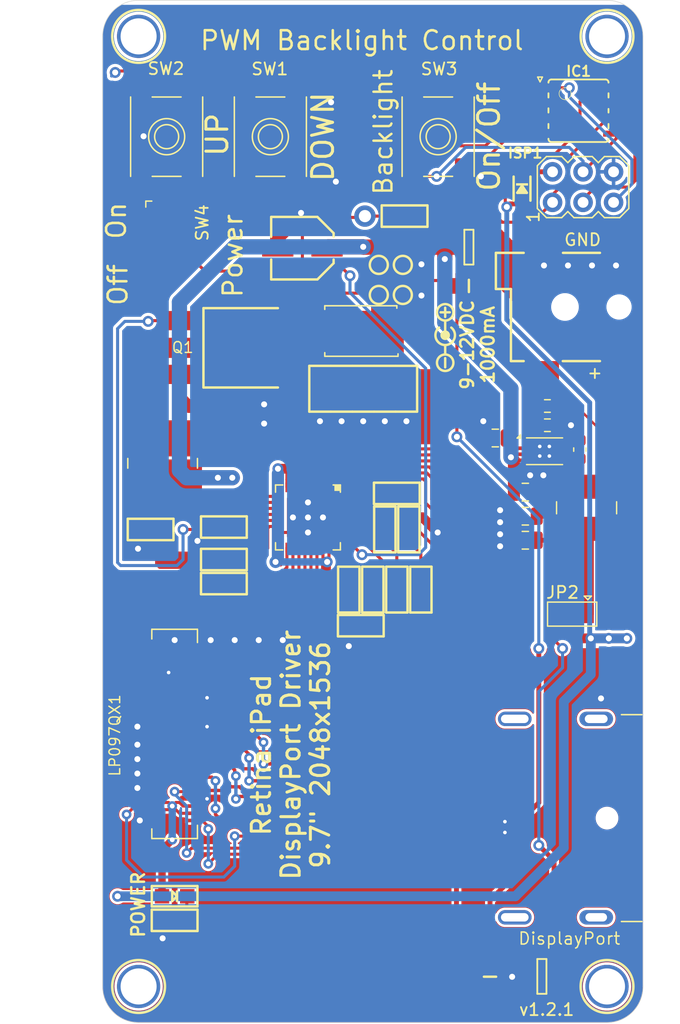
<source format=kicad_pcb>
(kicad_pcb (version 20240108) (generator "pcbnew") (generator_version "8.0")
  (layers (0 "F.Cu" signal) (31 "B.Cu" signal) (34 "B.Paste" user) (35 "F.Paste" user) (36 "B.SilkS" user "B.Silkscreen") (37 "F.SilkS" user "F.Silkscreen") (38 "B.Mask" user) (39 "F.Mask" user) (44 "Edge.Cuts" user))
  (net 0 "")
  (net 1 "Net-(U1-INTVCC)")
  (net 2 "Net-(C3-Pad1)")
  (net 3 "Net-(JP2-A)")
  (net 4 "Net-(U3-BOOST)")
  (net 5 "Net-(U3-SW)")
  (net 6 "Net-(U3-V_{CC})")
  (net 7 "Net-(L1-2)")
  (net 8 "Net-(ISP1-VCC)")
  (net 9 "/BDOWN")
  (net 10 "/MOSI")
  (net 11 "/RST")
  (net 12 "GND")
  (net 13 "VCC")
  (net 14 "20V")
  (net 15 "/MISO")
  (net 16 "VIN")
  (net 17 "/SCLK")
  (net 18 "/BUP")
  (net 19 "/PWM")
  (net 20 "Net-(LED1-PadC)")
  (net 21 "Net-(Q1-S)")
  (net 22 "Net-(Q1-G)")
  (net 23 "Net-(U1-SHDN{slash}UVLO)")
  (net 24 "Net-(U1-#FAULT)")
  (net 25 "Net-(U1-VREF)")
  (net 26 "Net-(U1-TSET)")
  (net 27 "/DPP")
  (net 28 "/ON{slash}OFF")
  (net 29 "Net-(T1-S)")
  (net 30 "Net-(U1-OVPSET)")
  (net 31 "Net-(U1-RT)")
  (net 32 "Net-(U1-ISET)")
  (net 33 "Net-(U1-VC)")
  (net 34 "Net-(U3-Vfb)")
  (net 38 "/LEDK_B6")
  (net 39 "/LEDK_B3")
  (net 40 "/LEDK_B1")
  (net 41 "/LEDK_B5")
  (net 42 "/LEDK_B2")
  (net 43 "/LEDK_A2")
  (net 44 "/LEDK_A1")
  (net 45 "/LEDK_A6")
  (net 46 "/LEDK_A3")
  (net 48 "/LEDK_B4")
  (net 49 "/LEDK_A4")
  (net 50 "/LEDK_A5")
  (net 51 "3.3V")
  (net 52 "Net-(X1-AUX+)")
  (net 53 "Net-(X1-AUX-)")
  (net 55 "Net-(X1-HOTPLUG)")
  (net 56 "Net-(X1-ML_LANE1+)")
  (net 57 "Net-(X1-ML_LANE0+)")
  (net 58 "Net-(X1-ML_LANE1-)")
  (net 59 "Net-(X1-ML_LANE3-)")
  (net 60 "Net-(X1-ML_LANE2-)")
  (net 61 "Net-(X1-ML_LANE0-)")
  (net 62 "Net-(X1-ML_LANE2+)")
  (net 63 "Net-(X1-ML_LANE3+)")
  (footprint "Adafruit Qualia Driver:CHIPLED_0805" (layer "F.Cu") (at 132.0011 137.0036 -90)
    (property "Reference" "LED1" (hide yes))
    (property "Value" "green")
  )
  (footprint "Adafruit Qualia Driver:MOUNTINGHOLE_3.0_PLATEDTHIN" (layer "F.Cu") (at 168.0011 144.5036)
    (property "Reference" "U$11" (hide yes))
    (property "Value" "MOUNTINGHOLE3.0THIN" (hide yes))
  )
  (footprint "Adafruit Qualia Driver:DISPLAYPORT_0472720001" (layer "F.Cu") (at 168.0011 130.5036 90)
    (property "Reference" "X1" (hide yes))
    (property "Value" "0472720001")
  )
  (footprint "Adafruit Qualia Driver:_0805MP" (layer "F.Cu") (at 158.2591 143.6936 -90)
    (property "Reference" "R6" (hide yes))
    (property "Value" "20K")
  )
  (footprint "Adafruit Qualia Driver:INDUCTOR_6X6MM_SUMIDA_CDRH5D28" (layer "F.Cu") (at 131.0011 101.0036 90)
    (property "Reference" "L1" (hide yes))
    (property "Value" "22uH")
  )
  (footprint "Adafruit Qualia Driver:SYMBOL_POSITIVE_CENTER-M" (layer "F.Cu") (at 154.5271 90.3536 -90)
    (property "Reference" "U$10" (hide yes))
    (property "Value" "" (hide yes))
  )
  (footprint "Adafruit Qualia Driver:_0805" (layer "F.Cu") (at 152.5011 111.5036 -90)
    (property "Reference" "R8" (hide yes))
    (property "Value" "47K")
  )
  (footprint "Adafruit Qualia Driver:EVQ-Q2" (layer "F.Cu") (at 131.3351 73.8436 -90)
    (property "Reference" "SW2")
    (property "Value" "SPST_TACT-EVQQ2")
  )
  (footprint "Adafruit Qualia Driver:MOUNTINGHOLE_3.0_PLATEDTHIN" (layer "F.Cu") (at 129.0011 144.5036)
    (property "Reference" "U$34" (hide yes))
    (property "Value" "MOUNTINGHOLE3.0THIN" (hide yes))
  )
  (footprint "Adafruit Qualia Driver:_0805" (layer "F.Cu") (at 136.1011 111.0036)
    (property "Reference" "R3" (hide yes))
    (property "Value" "100K")
  )
  (footprint "Adafruit Qualia Driver:_0805MP" (layer "F.Cu") (at 156.5011 86.2536)
    (property "Reference" "R7" (hide yes))
    (property "Value" "20K")
  )
  (footprint "Resistor_SMD:R_0603_1608Metric" (layer "F.Cu") (at 163.0375 97.8375)
    (property "Reference" "R15" (hide yes))
    (property "Value" "10K")
  )
  (footprint "Adafruit Qualia Driver:_0805" (layer "F.Cu") (at 151.1471 80.4476 180)
    (property "Reference" "R14" (hide yes))
    (property "Value" "20K")
  )
  (footprint "Capacitor_SMD:C_0805_2012Metric" (layer "F.Cu") (at 161.2 107.4 180)
    (property "Reference" "C21" (hide yes))
    (property "Value" "10uF")
  )
  (footprint "Adafruit Qualia Driver:_0805" (layer "F.Cu") (at 147.5011 114.5036 180)
    (property "Reference" "C3" (hide yes))
    (property "Value" "4.7nF")
  )
  (footprint "Adafruit Qualia Driver:EVQ-Q2" (layer "F.Cu") (at 153.9411 73.8436 90)
    (property "Reference" "SW3")
    (property "Value" "SPST_TACT-EVQQ2")
  )
  (footprint "Adafruit Qualia Driver:SOT-23" (layer "F.Cu") (at 162.5771 143.6936 90)
    (property "Reference" "T2" (hide yes))
    (property "Value" "IRLML2246")
  )
  (footprint "kicad_component_library:SW_SPDT_CK_JS102011JCQN" (layer "F.Cu") (at 131.5 83.6 -90)
    (property "Reference" "SW4")
    (property "Value" "SW_SPDT")
  )
  (footprint "Adafruit Qualia Driver:TESTPOINT_ROUND_1MM" (layer "F.Cu") (at 149.0011 84.5036 90)
    (property "Reference" "TP2" (hide yes))
    (property "Value" "VIN")
  )
  (footprint "Adafruit Qualia Driver:_0805" (layer "F.Cu") (at 144.1011 94.8036 -90)
    (property "Reference" "C4" (hide yes))
    (property "Value" "4.7uF/50V")
  )
  (footprint "Adafruit Qualia Driver:SOT-23" (layer "F.Cu") (at 156.5011 83.0036 -90)
    (property "Reference" "T1" (hide yes))
    (property "Value" "IRLML2246")
  )
  (footprint "Fiducial:Fiducial_1mm_Mask2mm" (layer "F.Cu") (at 164.4 65.6)
    (property "Reference" "FID2" (hide yes))
    (property "Value" "FIDUCIAL")
  )
  (footprint "Adafruit Qualia Driver:EVQ-Q2" (layer "F.Cu") (at 139.9711 73.8436 90)
    (property "Reference" "SW1")
    (property "Value" "SPST_TACT-EVQQ2")
  )
  (footprint "Adafruit Qualia Driver:1X01-CLEANBIG" (layer "F.Cu") (at 147.8451 80.4476)
    (property "Reference" "JP1" (hide yes))
    (property "Value" "PINHD-1X1CB")
  )
  (footprint "Adafruit Qualia Driver:_0805" (layer "F.Cu") (at 145.9011 94.8036 -90)
    (property "Reference" "C5" (hide yes))
    (property "Value" "4.7uF/50V")
  )
  (footprint "Adafruit Qualia Driver:DPAK" (layer "F.Cu") (at 137.4 91.4 -90)
    (property "Reference" "Q1")
    (property "Value" "IRLR024NTRPBF")
  )
  (footprint "Adafruit Qualia Driver:_0805" (layer "F.Cu") (at 147.7011 94.8036 -90)
    (property "Reference" "C6" (hide yes))
    (property "Value" "4.7uF/50V")
  )
  (footprint "Adafruit Qualia Driver:POWERDI-5" (layer "F.Cu") (at 147.5011 90.0036 -90)
    (property "Reference" "D1" (hide yes))
    (property "Value" "PDS560-13")
  )
  (footprint "Adafruit Qualia Driver:FPC_51PIN_502250-5191_EXT" (layer "F.Cu") (at 132.0011 123.5036 -90)
    (property "Reference" "X2" (hide yes))
    (property "Value" "5047405100")
  )
  (footprint "Adafruit Qualia Driver:_0805" (layer "F.Cu") (at 130.0011 106.5036 180)
    (property "Reference" "C1" (hide yes))
    (property "Value" "10uF")
  )
  (footprint "Adafruit Qualia Driver:_0805" (layer "F.Cu") (at 151.3011 94.8036 -90)
    (property "Reference" "C8" (hide yes))
    (property "Value" "4.7uF/50V")
  )
  (footprint "Adafruit Qualia Driver:_0805" (layer "F.Cu") (at 149.5011 106.5036 -90)
    (property "Reference" "R5" (hide yes))
    (property "Value" "27K")
  )
  (footprint "Adafruit Qualia Driver:_0805" (layer "F.Cu") (at 149.5011 94.8036 -90)
    (property "Reference" "C7" (hide yes))
    (property "Value" "4.7uF/50V")
  )
  (footprint "Adafruit Qualia Driver:MOUNTINGHOLE_3.0_PLATEDTHIN" (layer "F.Cu") (at 168.0011 65.5036)
    (property "Reference" "U$32" (hide yes))
    (property "Value" "MOUNTINGHOLE3.0THIN" (hide yes))
  )
  (footprint "Adafruit Qualia Driver:_0805" (layer "F.Cu") (at 148.5011 111.5036 90)
    (property "Reference" "R12" (hide yes))
    (property "Value" "7.5K")
  )
  (footprint "Fiducial:Fiducial_1mm_Mask2mm" (layer "F.Cu") (at 132.6 65.5)
    (property "Reference" "FID3" (hide yes))
    (property "Value" "FIDUCIAL")
  )
  (footprint "Fiducial:Fiducial_1mm_Mask2mm" (layer "F.Cu") (at 132.6 144.5)
    (property "Reference" "FID1" (hide yes))
    (property "Value" "FIDUCIAL")
  )
  (footprint "Adafruit Qualia Driver:MOUNTINGHOLE_3.0_PLATEDTHIN" (layer "F.Cu") (at 129.0011 65.5036)
    (property "Reference" "U$33" (hide yes))
    (property "Value" "MOUNTINGHOLE3.0THIN" (hide yes))
  )
  (footprint "Adafruit Qualia Driver:TESTPOINT_ROUND_1MM" (layer "F.Cu") (at 149.0011 87.0036 90)
    (property "Reference" "TP3" (hide yes))
    (property "Value" "20V")
  )
  (footprint "Adafruit Qualia Driver:TESTPOINT_ROUND_1MM" (layer "F.Cu") (at 151.0011 87.0036 90)
    (property "Reference" "TP4" (hide yes))
    (property "Value" "GND")
  )
  (footprint "Capacitor_SMD:C_0805_2012Metric" (layer "F.Cu") (at 161.2 103.4)
    (property "Reference" "C19" (hide yes))
    (property "Value" "10uF")
  )
  (footprint "Adafruit Qualia Driver:SOIC8" (layer "F.Cu") (at 165.6251 71.6856 -90)
    (property "Reference" "IC1")
    (property "Value" "ATTINY85S")
  )
  (footprint "Adafruit Qualia Driver:2512" (layer "F.Cu") (at 138.5 96.8 180)
    (property "Reference" "R13" (hide yes))
    (property "Value" "0.058")
  )
  (footprint "Package_DFN_QFN:DFN-8-1EP_3x2mm_P0.5mm_EP1.75x1.45mm" (layer "F.Cu") (at 162.8 100)
    (property "Reference" "U3" (hide yes))
    (property "Value" "MCP16311x-xMNY")
  )
  (footprint "kicad_component_library:L_Wuerth_5.5x5.3mm" (layer "F.Cu") (at 166.3 104.7 -90)
    (property "Reference" "L3" (hide yes))
    (property "Value" "15uH")
  )
  (footprint "Adafruit Qualia Driver:_0805" (layer "F.Cu") (at 132.0011 139.0036 180)
    (property "Reference" "R1" (hide yes))
    (property "Value" "470")
  )
  (footprint "Adafruit Qualia Driver:_0805" (layer "F.Cu") (at 150.5011 111.5036 -90)
    (property "Reference" "R4" (hide yes))
    (property "Value" "20K")
  )
  (footprint "Jumper:SolderJumper-3_P1.3mm_Bridged2Bar12_Pad1.0x1.5mm" (layer "F.Cu") (at 165.1 113.5425 180)
    (property "Reference" "JP2")
    (property "Value" "Jumper_3_Bridged12")
  )
  (footprint "Adafruit Qualia Driver:_0805" (layer "F.Cu") (at 136.1011 106.3036 180)
    (property "Reference" "C2" (hide yes))
    (property "Value" "4.7uF")
  )
  (footprint "Capacitor_SMD:C_0805_2012Metric" (layer "F.Cu") (at 161.2 105.4 180)
    (property "Reference" "C17" (hide yes))
    (property "Value" "10uF")
  )
  (footprint "Adafruit Qualia Driver:DCJACK_2MM_SMT" (layer "F.Cu") (at 169.0011 88.0036 180)
    (property "Reference" "X3")
    (property "Value" "2.1mm")
  )
  (footprint "Capacitor_SMD:C_0603_1608Metric" (layer "F.Cu") (at 165.7375 99.8625 -90)
    (property "Reference" "C18" (hide yes))
    (property "Value" "0.1uF")
  )
  (footprint "Resistor_SMD:R_0603_1608Metric" (layer "F.Cu") (at 163.0375 96.2375 180)
    (property "Reference" "R16" (hide yes))
    (property "Value" "31K6")
  )
  (footprint "Adafruit Qualia Driver:QFN32_5MM" (layer "F.Cu") (at 143.1011 105.5036 -90)
    (property "Reference" "U1" (hide yes))
    (property "Value" "LT3754")
  )
  (footprint "Adafruit Qualia Driver:_0805" (layer "F.Cu") (at 151.5011 106.5036 -90)
    (property "Reference" "R9" (hide yes))
    (property "Value" "20K")
  )
  (footprint "Adafruit Qualia Driver:TESTPOINT_ROUND_1MM" (layer "F.Cu") (at 151.0011 84.5036 90)
    (property "Reference" "TP1" (hide yes))
    (property "Value" "GND")
  )
  (footprint "Adafruit Qualia Driver:AVRISP" (layer "F.Cu") (at 166.0071 78.0356 90)
    (property "Reference" "ISP1")
    (property "Value" "AVRISP-6" (hide yes))
  )
  (footprint "Capacitor_SMD:C_0805_2012Metric" (layer "F.Cu") (at 158.7 98.9 180)
    (property "Reference" "C20" (hide yes))
    (property "Value" "1uF")
  )
  (footprint "Adafruit Qualia Driver:_0805" (layer "F.Cu") (at 136.1011 109.0036 180)
    (property "Reference" "R2" (hide yes))
    (property "Value" "100K")
  )
  (footprint "Adafruit Qualia Driver:SOD-323" (layer "F.Cu") (at 160.9261 78.1616 -90)
    (property "Reference" "D2" (hide yes))
    (property "Value" "1N4148")
  )
  (footprint "Adafruit Qualia Driver:_0805" (layer "F.Cu") (at 146.5011 111.5036 90)
    (property "Reference" "R10" (hide yes))
    (property "Value" "47K")
  )
  (footprint "Adafruit Qualia Driver:_0805" (layer "F.Cu") (at 150.5011 103.5036 180)
    (property "Reference" "R11" (hide yes))
    (property "Value" "15K")
  )
  (footprint "Adafruit Qualia Driver:PANASONIC_C" (layer "F.Cu") (at 142.6381 83.1146)
    (property "Reference" "C16" (hide yes))
    (property "Value" "47uF 25V")
  )
  (gr_line (start 129.0011 62.5036) (end 168.0011 62.5036) (stroke (width 0.05)) (layer "Edge.Cuts"))
  (gr_line (start 126.0011 144.5036) (end 126.0011 65.5036) (stroke (width 0.05)) (layer "Edge.Cuts"))
  (gr_arc (start 171.0011 144.5036) (mid 170.12242 146.62492) (end 168.0011 147.5036) (stroke (width 0.05)) (layer "Edge.Cuts"))
  (gr_arc (start 168.0011 62.5036) (mid 170.12242 63.38228) (end 171.0011 65.5036) (stroke (width 0.05)) (layer "Edge.Cuts"))
  (gr_arc (start 129.0011 147.5036) (mid 126.87978 146.62492) (end 126.0011 144.5036) (stroke (width 0.05)) (layer "Edge.Cuts"))
  (gr_arc (start 126.0011 65.5036) (mid 126.87978 63.38228) (end 129.0011 62.5036) (stroke (width 0.05)) (layer "Edge.Cuts"))
  (gr_line (start 171.0011 65.5036) (end 171.0011 144.5036) (stroke (width 0.05)) (layer "Edge.Cuts"))
  (gr_line (start 168.0011 147.5036) (end 129.0011 147.5036) (stroke (width 0.05)) (layer "Edge.Cuts"))
  (gr_text "Power" (at 136.85 83.75 90) (layer "F.SilkS") (effects (font (size 1.56464 1.56464) (thickness 0.21336))))
  (gr_text "UP" (at 136.5761 75.6286 90) (layer "F.SilkS") (effects (font (size 1.75 1.75) (thickness 0.25)) (justify left bottom)))
  (gr_text "9-12VDC\n1000mA" (at 157.2221 91.1476 90) (layer "F.SilkS") (effects (font (size 1.0668 1.0668) (thickness 0.2032))))
  (gr_text "LP097QX1" (at 127.0171 123.6276 90) (layer "F.SilkS") (effects (font (size 0.89408 0.89408) (thickness 0.12192))))
  (gr_text "Backlight" (at 149.3691 73.4626 90) (layer "F.SilkS") (effects (font (size 1.5 1.5) (thickness 0.2))))
  (gr_text "On/Off" (at 158.1761 73.8286 90) (layer "F.SilkS") (effects (font (size 1.75 1.75) (thickness 0.25))))
  (gr_text "Retina iPad\nDisplayPort Driver\n9.7\" 2048x1536" (at 141.6761 125.2496 90) (layer "F.SilkS") (effects (font (size 1.52908 1.52908) (thickness 0.24892))))
  (gr_text "PWM Backlight Control" (at 147.5911 65.8426 0) (layer "F.SilkS") (effects (font (size 1.56464 1.56464) (thickness 0.21336))))
  (gr_text "DisplayPort" (at 164.8631 140.5186 0) (layer "F.SilkS") (effects (font (size 1 1) (thickness 0.125))))
  (gr_text "On" (at 127.1441 80.8286 90) (layer "F.SilkS") (effects (font (size 1.56464 1.56464) (thickness 0.21336))))
  (gr_text "POWER" (at 128.9701 137.6996 90) (layer "F.SilkS") (effects (font (size 1.0668 1.0668) (thickness 0.2032))))
  (gr_text "v1.2.1\n" (at 162.9761 146.4286 0) (layer "F.SilkS") (effects (font (size 1 1))))
  (gr_text "Off" (at 127.2711 86.1626 90) (layer "F.SilkS") (effects (font (size 1.56464 1.56464) (thickness 0.21336))))
  (gr_text "DOWN" (at 145.3761 77.7286 90) (layer "F.SilkS") (effects (font (size 1.75 1.75) (thickness 0.25)) (justify left bottom)))
  (segment (start 140.6011 104.7536) (end 137.6511 104.7536) (width 0.254) (layer "F.Cu") (net 1))
  (segment (start 137.1171 106.3036) (end 137.1171 105.2876) (width 0.254) (layer "F.Cu") (net 1))
  (segment (start 137.1171 105.2876) (end 137.1511 105.2536) (width 0.254) (layer "F.Cu") (net 1))
  (segment (start 137.6511 104.7536) (end 137.1511 105.2536) (width 0.254) (layer "F.Cu") (net 1))
  (segment (start 148.5011 114.4876) (end 148.5171 114.5036) (width 0.254) (layer "F.Cu") (net 2))
  (segment (start 148.5011 112.5196) (end 148.5011 114.4876) (width 0.254) (layer "F.Cu") (net 2))
  (segment (start 168.35 106.45) (end 166.3 106.45) (width 0.2) (layer "F.Cu") (net 3))
  (segment (start 163.8625 96.2375) (end 165.4375 96.2375) (width 0.2) (layer "F.Cu") (net 3))
  (segment (start 163.2 107.4) (end 164.15 106.45) (width 0.4) (layer "F.Cu") (net 3))
  (segment (start 169.7 105.1) (end 168.35 106.45) (width 0.2) (layer "F.Cu") (net 3))
  (segment (start 162.15 105.4) (end 163 105.4) (width 0.4) (layer "F.Cu") (net 3))
  (segment (start 164.05 106.45) (end 166.3 106.45) (width 0.4) (layer "F.Cu") (net 3))
  (segment (start 169.7 100.5) (end 169.7 105.1) (width 0.2) (layer "F.Cu") (net 3))
  (segment (start 165.4375 96.2375) (end 169.7 100.5) (width 0.2) (layer "F.Cu") (net 3))
  (segment (start 163 105.4) (end 164.05 106.45) (width 0.4) (layer "F.Cu") (net 3))
  (segment (start 166.4 106.55) (end 166.4 113.5425) (width 1) (layer "F.Cu") (net 3))
  (segment (start 166.3 106.45) (end 166.4 106.55) (width 1) (layer "F.Cu") (net 3))
  (segment (start 162.15 107.4) (end 163.2 107.4) (width 0.4) (layer "F.Cu") (net 3))
  (segment (start 164.15 106.45) (end 166.3 106.45) (width 0.4) (layer "F.Cu") (net 3))
  (segment (start 164.25 99.75) (end 165.075 99.75) (width 0.3) (layer "F.Cu") (net 4))
  (segment (start 165.075 99.75) (end 165.7375 99.0875) (width 0.3) (layer "F.Cu") (net 4))
  (segment (start 165.7375 100.6375) (end 165.7375 102.3875) (width 0.75) (layer "F.Cu") (net 5))
  (segment (start 165.7375 102.3875) (end 166.3 102.95) (width 0.75) (layer "F.Cu") (net 5))
  (segment (start 165.35 100.25) (end 165.7375 100.6375) (width 0.3) (layer "F.Cu") (net 5))
  (segment (start 164.25 100.25) (end 165.35 100.25) (width 0.3) (layer "F.Cu") (net 5))
  (segment (start 159.65 99.080288) (end 159.65 98.9) (width 0.3) (layer "F.Cu") (net 6))
  (segment (start 161.35 99.75) (end 160.319712 99.75) (width 0.3) (layer "F.Cu") (net 6))
  (segment (start 160.319712 99.75) (end 159.65 99.080288) (width 0.3) (layer "F.Cu") (net 6))
  (segment (start 129.3011 92.3989) (end 129.3011 98.2036) (width 1.6764) (layer "F.Cu") (net 7))
  (segment (start 130.0011 98.9036) (end 130.9761 98.9036) (width 1.6764) (layer "F.Cu") (net 7))
  (segment (start 130.3 91.4) (end 129.3011 92.3989) (width 1.6764) (layer "F.Cu") (net 7))
  (segment (start 130.9761 98.9036) (end 131.0011 98.9286) (width 1.6764) (layer "F.Cu") (net 7))
  (segment (start 129.3011 98.2036) (end 130.0011 98.9036) (width 1.6764) (layer "F.Cu") (net 7))
  (segment (start 139.2528 91.4) (end 130.3 91.4) (width 1.6764) (layer "F.Cu") (net 7))
  (segment (start 160.9261 76.8916) (end 161.0521 76.7656) (width 0.4064) (layer "F.Cu") (net 8))
  (segment (start 161.0521 76.7656) (end 163.4671 76.7656) (width 0.4064) (layer "F.Cu") (net 8))
  (segment (start 140.8601 74.6056) (end 140.5251 74.9406) (width 0.254) (layer "F.Cu") (net 9))
  (segment (start 139.9 79.6) (end 134.8 79.6) (width 0.254) (layer "F.Cu") (net 9))
  (segment (start 162.4621 72.3196) (end 160.1641 72.3196) (width 0.254) (layer "F.Cu") (net 9))
  (segment (start 134.8 79.6) (end 133.3351 78.1351) (width 0.254) (layer "F.Cu") (net 9))
  (segment (start 133.3351 77.2436) (end 133.3351 70.4436) (width 0.254) (layer "F.Cu") (net 9))
  (segment (start 157.8781 74.6056) (end 140.8601 74.6056) (width 0.254) (layer "F.Cu") (net 9))
  (segment (start 160.1641 72.3196) (end 157.8781 74.6056) (width 0.254) (layer "F.Cu") (net 9))
  (segment (start 140.5251 74.9406) (end 140.5251 78.9749) (width 0.254) (layer "F.Cu") (net 9))
  (segment (start 133.3351 78.1351) (end 133.3351 70.4436) (width 0.254) (layer "F.Cu") (net 9))
  (segment (start 140.5251 78.9749) (end 139.9 79.6) (width 0.254) (layer "F.Cu") (net 9))
  (segment (start 162.4711 72.3106) (end 162.4621 72.3196) (width 0.254) (layer "F.Cu") (net 9))
  (segment (start 152.0391 77.1456) (end 151.9411 77.2436) (width 0.254) (layer "F.Cu") (net 10))
  (segment (start 168.7791 73.5906) (end 168.7791 73.9936) (width 0.254) (layer "F.Cu") (net 10))
  (segment (start 153.8141 77.1456) (end 152.0391 77.1456) (width 0.254) (layer "F.Cu") (net 10))
  (segment (start 168.7791 73.9936) (end 166.0071 76.7656) (width 0.254) (layer "F.Cu") (net 10))
  (via (at 153.8141 77.1456) (size 0.9064) (drill 0.5) (layers "F.Cu" "B.Cu") (net 10))
  (segment (start 164.8631 74.7326) (end 156.2271 74.7326) (width 0.254) (layer "B.Cu") (net 10))
  (segment (start 156.2271 74.7326) (end 153.8141 77.1456) (width 0.254) (layer "B.Cu") (net 10))
  (segment (start 166.0071 75.8766) (end 164.8631 74.7326) (width 0.254) (layer "B.Cu") (net 10))
  (segment (start 166.0071 76.7656) (end 166.0071 75.8766) (width 0.254) (layer "B.Cu") (net 10))
  (segment (start 164.8631 69.7796) (end 164.8621 69.7806) (width 0.254) (layer "F.Cu") (net 11))
  (segment (start 164.8621 69.7806) (end 162.4711 69.7806) (width 0.254) (layer "F.Cu") (net 11))
  (via (at 164.8631 69.7796) (size 0.9064) (drill 0.5) (layers "F.Cu" "B.Cu") (net 11))
  (segment (start 168.5471 79.3056) (end 170.0701 77.7826) (width 0.254) (layer "B.Cu") (net 11))
  (segment (start 164.8631 70.5416) (end 164.8631 69.7796) (width 0.254) (layer "B.Cu") (net 11))
  (segment (start 170.0701 77.7826) (end 170.0701 75.7486) (width 0.254) (layer "B.Cu") (net 11))
  (segment (start 170.0701 75.7486) (end 164.8631 70.5416) (width 0.254) (layer "B.Cu") (net 11))
  (segment (start 152.5011 87.0036) (end 152.5511 87.0536) (width 0.254) (layer "F.Cu") (net 12))
  (segment (start 140.5881 83.1146) (end 140.5881 82.1206) (width 1.27) (layer "F.Cu") (net 12))
  (segment (start 162.4711 73.5806) (end 160.0461 73.5806) (width 0.254) (layer "F.Cu") (net 12))
  (segment (start 159.5 130.8) (end 159.2964 131.0036) (width 0.2) (layer "F.Cu") (net 12))
  (segment (start 144.8751 70.8336) (end 145.0251 70.9836) (width 0.254) (layer "F.Cu") (net 12))
  (segment (start 131.4964 118.4036) (end 130.3761 118.4036) (width 0.2) (layer "F.Cu") (net 12))
  (segment (start 164.25 99.25) (end 163.55 99.25) (width 0.2) (layer "F.Cu") (net 12))
  (segment (start 162.7 102) (end 162.7 102.6) (width 0.3) (layer "F.Cu") (net 12))
  (segment (start 134.6964 120.5036) (end 134.7 120.5) (width 0.2) (layer "F.Cu") (net 12))
  (segment (start 155.9731 77.2116) (end 155.9411 77.2436) (width 0.254) (layer "F.Cu") (net 12))
  (segment (start 133.5511 120.5036) (end 134.6964 120.5036) (width 0.2) (layer "F.Cu") (net 12))
  (segment (start 151.5011 105.4876) (end 152.6351 105.4876) (width 0.8128) (layer "F.Cu") (net 12))
  (segment (start 128.9851 106.5036) (end 128.9851 108.0696) (width 1.016) (layer "F.Cu") (net 12))
  (segment (start 165 97.8375) (end 163.8625 97.8375) (width 0.2) (layer "F.Cu") (net 12))
  (segment (start 128.9851 108.0696) (end 128.9511 108.1036) (width 1.016) (layer "F.Cu") (net 12))
  (segment (start 129.3351 70.4436) (end 129.4151 73.8076) (width 0.254) (layer "F.Cu") (net 12))
  (segment (start 163.55 99.25) (end 162.8 100) (width 0.2) (layer "F.Cu") (net 12))
  (segment (start 159.75 104.9) (end 160.25 105.4) (width 0.3) (layer "F.Cu") (net 12))
  (segment (start 155.9731 76.5106) (end 155.9731 77.2116) (width 0.254) (layer "F.Cu") (net 12))
  (segment (start 140.5881 82.1206) (end 142.5251 80.1836) (width 1.27) (layer "F.Cu") (net 12))
  (segment (start 151.5011 103.5196) (end 151.5171 103.5036) (width 1.016) (layer "F.Cu") (net 12))
  (segment (start 129.3351 77.2436) (end 129.4151 73.8076) (width 0.254) (layer "F.Cu") (net 12))
  (segment (start 159.5 131.7) (end 159.3036 131.5036) (width 0.2) (layer "F.Cu") (net 12))
  (segment (start 146.5011 112.5196) (end 146.5011 114.4876) (width 0.6096) (layer "F.Cu") (net 12))
  (segment (start 159.1 107.9) (end 159.75 107.9) (width 0.3) (layer "F.Cu") (net 12))
  (segment (start 145.4751 77.5336) (end 145.4251 77.5836) (width 0.254) (layer "F.Cu") (net 12))
  (segment (start 164.25 100.75) (end 163.55 100.75) (width 0.2) (layer "F.Cu") (net 12))
  (segment (start 160.0461 73.5806) (end 158.0051 75.6216) (width 0.254) (layer "F.Cu") (net 12))
  (segment (start 159.1 106.9) (end 159.75 106.9) (width 0.3) (layer "F.Cu") (net 12))
  (segment (start 129.9 81.1) (end 129.1351 80.3351) (width 0.254) (layer "F.Cu") (net 12))
  (segment (start 129.1351 80.3351) (end 129.1351 77.8436) (width 0.254) (layer "F.Cu") (net 12))
  (segment (start 129.1351 77.8436) (end 129.3351 77.2436) (width 0.254) (layer "F.Cu") (net 12))
  (segment (start 146.4851 114.5036) (end 146.4851 116.1876) (width 0.6096) (layer "F.Cu") (net 12))
  (segment (start 134.7511 107.4536) (end 133.9011 107.4536) (width 0.254) (layer "F.Cu") (net 12))
  (segment (start 161.6 102) (end 161.6 102.6) (width 0.3) (layer "F.Cu") (net 12))
  (segment (start 151.0011 84.5036) (end 152.5011 84.5036) (width 0.254) (layer "F.Cu") (net 12))
  (segment (start 135.0851 107.1196) (end 134.7511 107.4536) (width 0.254) (layer "F.Cu") (net 12))
  (segment (start 151.0011 87.0036) (end 152.5011 87.0036) (width 0.254) (layer "F.Cu") (net 12))
  (segment (start 163.55 100.75) (end 163.2 100.4) (width 0.2) (layer "F.Cu") (net 12))
  (segment (start 162.15 103.15) (end 162.15 103.4) (width 0.3) (layer "F.Cu") (net 12))
  (segment (start 155.9411 77.2436) (end 157.3991 77.2436) (width 0.254) (layer "F.Cu") (net 12))
  (segment (start 152.6351 105.4876) (end 153.9011 106.7536) (width 0.8128) (layer "F.Cu") (net 12))
  (segment (start 159.75 106.9) (end 160.25 107.4) (width 0.3) (layer "F.Cu") (net 12))
  (segment (start 146.4851 116.1876) (end 146.5011 116.2036) (width 0.6096) (layer "F.Cu") (net 12))
  (segment (start 163.2 100.4) (end 162.8 100) (width 0.2) (layer "F.Cu") (net 12))
  (segment (start 140.6011 106.7536) (end 143.1011 106.7536) (width 0.254) (layer "F.Cu") (net 12))
  (segment (start 141.9711 70.4436) (end 144.4851 70.4436) (width 0.254) (layer "F.Cu") (net 12))
  (segment (start 152.5011 84.5036) (end 152.5511 84.4536) (width 0.254) (layer "F.Cu") (net 12))
  (segment (start 146.5011 114.4876) (end 146.4851 114.5036) (width 0.6096) (layer "F.Cu") (net 12))
  (segment (start 156.8621 75.6216) (end 155.9731 76.5106) (width 0.254) (layer "F.Cu") (net 12))
  (segment (start 159.75 107.9) (end 160.25 107.4) (width 0.3) (layer "F.Cu") (net 12))
  (segment (start 131.5 118.4) (end 131.4964 118.4036) (width 0.2) (layer "F.Cu") (net 12))
  (segment (start 162.7 102.6) (end 162.15 103.15) (width 0.3) (layer "F.Cu") (net 12))
  (segment (start 151.5011 105.4876) (end 151.5011 103.5196) (width 1.016) (layer "F.Cu") (net 12))
  (segment (start 151.5011 105.4876) (end 149.5011 105.4876) (width 0.8128) (layer "F.Cu") (net 12))
  (segment (start 157.7 97.5) (end 157.7 98.85) (width 0.3) (layer "F.Cu") (net 12))
  (segment (start 159.75 105.9) (end 160.25 105.4) (width 0.3) (layer "F.Cu") (net 12))
  (segment (start 157.3991 77.2436) (end 157.4971 77.1456) (width 0.254) (layer "F.Cu") (net 12))
  (segment (start 157.7 98.85) (end 157.75 98.9) (width 0.3) (layer "F.Cu") (net 12))
  (segment (start 159.3036 131.5036) (end 157.7211 131.5036) (width 0.2) (layer "F.Cu") (net 12))
  (segment (start 158.0051 75.6216) (end 156.8621 75.6216) (width 0.254) (layer "F.Cu") (net 12))
  (segment (start 135.0851 106.3036) (end 135.0851 107.1196) (width 0.254) (layer "F.Cu") (net 12))
  (segment (start 141.9711 77.2436) (end 141.9711 79.6296) (width 0.254) (layer "F.Cu") (net 12))
  (segment (start 159.1 105.9) (end 159.75 105.9) (width 0.3) (layer "F.Cu") (net 12))
  (segment (start 159.1 104.9) (end 159.75 104.9) (width 0.3) (layer "F.Cu") (net 12))
  (segment (start 141.9711 79.6296) (end 142.5251 80.1836) (width 0.254) (layer "F.Cu") (net 12))
  (segment (start 159.2964 131.0036) (end 157.7211 131.0036) (width 0.2) (layer "F.Cu") (net 12))
  (segment (start 161.6 102.6) (end 162.15 103.15) (width 0.3) (layer "F.Cu") (net 12))
  (segment (start 144.4851 70.4436) (end 145.0251 70.9836) (width 0.254) (layer "F.Cu") (net 12))
  (via (at 157.4971 77.1456) (size 0.9064) (drill 0.5) (layers "F.Cu" "B.Cu") (net 12))
  (via (at 141.8511 105.5036) (size 0.9064) (drill 0.5) (layers "F.Cu" "B.Cu") (net 12))
  (via (at 161.6 102) (size 0.9064) (drill 0.5) (layers "F.Cu" "B.Cu") (net 12))
  (via (at 129.4151 73.8076) (size 0.9064) (drill 0.5) (layers "F.Cu" "B.Cu") (net 12))
  (via (at 167.5011 120.5536) (size 0.9064) (drill 0.5) (layers "F.Cu" "B.Cu") (net 12))
  (via (at 145.0251 70.9836) (size 0.9064) (drill 0.5) (layers "F.Cu" "B.Cu") (net 12))
  (via (at 162.4 100.4) (size 0.6) (drill 0.3) (layers "F.Cu" "B.Cu") (net 12))
  (via (at 145.9011 97.5036) (size 0.9064) (drill 0.5) (layers "F.Cu" "B.Cu") (net 12))
  (via (at 135.0011 115.7036) (size 0.9064) (drill 0.5) (layers "F.Cu" "B.Cu") (net 12))
  (via (at 134.7 120.5) (size 0.6) (drill 0.3) (layers "F.Cu" "B.Cu") (net 12))
  (via (at 128.9 128) (size 0.9064) (drill 0.5) (layers "F.Cu" "B.Cu") (net 12))
  (via (at 164.7511 84.5536) (size 0.9064) (drill 0.5) (layers "F.Cu" "B.Cu") (net 12))
  (via (at 159.1 106.9) (size 0.9064) (drill 0.5) (layers "F.Cu" "B.Cu") (net 12))
  (via (at 159.5 130.8) (size 0.6) (drill 0.3) (layers "F.Cu" "B.Cu") (net 12))
  (via (at 128.9 124.4) (size 0.9064) (drill 0.5) (layers "F.Cu" "B.Cu") (net 12))
  (via (at 139.0011 115.7036) (size 0.9064) (drill 0.5) (layers "F.Cu" "B.Cu") (net 12))
  (via (at 168.7511 84.5536) (size 0.9064) (drill 0.5) (layers "F.Cu" "B.Cu") (net 12))
  (via (at 134.7 128.9) (size 0.6) (drill 0.3) (layers "F.Cu" "B.Cu") (net 12))
  (via (at 162.4 99.6) (size 0.6) (drill 0.3) (layers "F.Cu" "B.Cu") (net 12))
  (via (at 162.7 102) (size 0.9064) (drill 0.5) (layers "F.Cu" "B.Cu") (net 12))
  (via (at 141.0011 115.7036) (size 0.9064) (drill 0.5) (layers "F.Cu" "B.Cu") (net 12))
  (via (at 143.1011 104.2536) (size 0.9064) (drill 0.5) (layers "F.Cu" "B.Cu") (net 12))
  (via (at 143.1011 105.5036) (size 0.9064) (drill 0.5) (layers "F.Cu" "B.Cu") (net 12))
  (via (at 128.9511 108.1036) (size 0.9064) (drill 0.5) (layers "F.Cu" "B.Cu") (net 12))
  (via (at 144.1011 97.5036) (size 0.9064) (drill 0.5) (layers "F.Cu" "B.Cu") (net 12))
  (via (at 159.1 104.9) (size 0.9064) (drill 0.5) (layers "F.Cu" "B.Cu") (net 12))
  (via (at 132.0011 115.7036) (size 0.9064) (drill 0.5) (layers "F.Cu" "B.Cu") (net 12))
  (via (at 165 97.8375) (size 0.9064) (drill 0.5) (layers "F.Cu" "B.Cu") (net 12))
  (via (at 166.7511 84.5536) (size 0.9064) (drill 0.5) (layers "F.Cu" "B.Cu") (net 12))
  (via (at 128.9 126.8) (size 0.9064) (drill 0.5) (layers "F.Cu" "B.Cu") (net 12))
  (via (at 147.7011 97.5036) (size 0.9064) (drill 0.5) (layers "F.Cu" "B.Cu") (net 12))
  (via (at 128.9 125.6) (size 0.9064) (drill 0.5) (layers "F.Cu" "B.Cu") (net 12))
  (via (at 159.1 107.9) (size 0.9064) (drill 0.5) (layers "F.Cu" "B.Cu") (net 12))
  (via (at 157.7 97.5) (size 0.9064) (drill 0.5) (layers "F.Cu" "B.Cu") (net 12))
  (via (at 152.5511 87.0536) (size 0.9064) (drill 0.5) (layers "F.Cu" "B.Cu") (net 12))
  (via (at 128.9 122.9) (size 0.9064) (drill 0.5) (layers "F.Cu" "B.Cu") (net 12))
  (via (at 137.0011 115.7036) (size 0.9064) (drill 0.5) (layers "F.Cu" "B.Cu") (net 12))
  (via (at 129.1 130.7) (size 0.9064) (drill 0.5) (layers "F.Cu" "B.Cu") (net 12))
  (via (at 145.4251 77.5836) (size 0.9064) (drill 0.5) (layers "F.Cu" "B.Cu") (net 12))
  (via (at 139.4511 96.1) (size 0.9064) (drill 0.5) (layers "F.Cu" "B.Cu") (net 12))
  (via (at 131.5 118.4) (size 0.6) (drill 0.3) (layers "F.Cu" "B.Cu") (net 12))
  (via (at 163.2 100.4) (size 0.6) (drill 0.3) (layers "F.Cu" "B.Cu") (net 12))
  (via (at 159.5 131.7) (size 0.6) (drill 0.3) (layers "F.Cu" "B.Cu") (net 12))
  (via (at 134.7 122.9) (size 0.6) (drill 0.3) (layers "F.Cu" "B.Cu") (net 12))
  (via (at 133.9011 107.4536) (size 0.9064) (drill 0.5) (layers "F.Cu" "B.Cu") (net 12))
  (via (at 131 140.5) (size 0.9064) (drill 0.5) (layers "F.Cu" "B.Cu") (net 12))
  (via (at 146.5011 116.2036) (size 0.9064) (drill 0.5) (layers "F.Cu" "B.Cu") (net 12))
  (via (at 139.4511 97.7) (size 0.9064) (drill 0.5) (layers "F.Cu" "B.Cu") (net 12))
  (via (at 159.1 105.9) (size 0.9064) (drill 0.5) (layers "F.Cu" "B.Cu") (net 12))
  (via (at 160.1 143.7) (size 0.9064) (drill 0.5) (layers "F.Cu" "B.Cu") (net 12))
  (via (at 149.5011 97.5036) (size 0.9064) (drill 0.5) (layers "F.Cu" "B.Cu") (net 12))
  (via (at 142.5251 80.1836) (size 0.9064) (drill 0.5) (layers "F.Cu" "B.Cu") (net 12))
  (via (at 163.2 99.6) (size 0.6) (drill 0.3) (layers "F.Cu" "B.Cu") (net 12))
  (via (at 153.9011 106.7536) (size 0.9064) (drill 0.5) (layers "F.Cu" "B.Cu") (net 12))
  (via (at 144.3511 105.5036) (size 0.9064) (drill 0.5) (layers "F.Cu" "B.Cu") (net 12))
  (via (at 152.5511 84.4536) (size 0.9064) (drill 0.5) (layers "F.Cu" "B.Cu") (net 12))
  (via (at 143.1011 106.7536) (size 0.9064) (drill 0.5) (layers "F.Cu" "B.Cu") (net 12))
  (via (at 151.3011 97.5036) (size 0.9064) (drill 0.5) (layers "F.Cu" "B.Cu") (net 12))
  (via (at 162.7511 84.5536) (size 0.9064) (drill 0.5) (layers "F.Cu" "B.Cu") (net 12))
  (segment (start 157.4971 77.1456) (end 157.4971 76.8916) (width 0.254) (layer "B.Cu") (net 12))
  (segment (start 165.6251 115.5596) (end 166.6511 115.5596) (width 0.8128) (layer "F.Cu") (net 13))
  (segment (start 165.7521 70.9226) (end 165.7521 73.2086) (width 0.254) (layer "F.Cu") (net 13))
  (segment (start 130.9511 133.1536) (end 130.9511 137.0036) (width 0.6096) (layer "F.Cu") (net 13))
  (segment (start 130.3761 129.2036) (end 131.5011 129.2036) (width 0.25) (layer "F.Cu") (net 13))
  (segment (start 132.1011 129.8036) (end 132.4011 130.1036) (width 0.25) (layer "F.Cu") (net 13))
  (segment (start 169.6511 115.5596) (end 168.1511 115.5596) (width 0.8128) (layer "F.Cu") (net 13))
  (segment (start 159.9101 79.4316) (end 160.9261 79.4316) (width 0.4064) (layer "F.Cu") (net 13))
  (segment (start 132.7011 129.5036) (end 133.5511 129.5036) (width 0.25) (layer "F.Cu") (net 13))
  (segment (start 127.0511 68.5036) (end 127.1721 68.3826) (width 0.254) (layer "F.Cu") (net 13))
  (segment (start 130.9511 137.0036) (end 127.2511 137.0036) (width 0.6096) (layer "F.Cu") (net 13))
  (segment (start 127.1721 68.3826) (end 165.4961 68.3826) (width 0.254) (layer "F.Cu") (net 13))
  (segment (start 165.1 115.0345) (end 165.6251 115.5596) (width 0.8128) (layer "F.Cu") (net 13))
  (segment (start 163.5931 75.3676) (end 160.0371 75.3676) (width 0.254) (layer "F.Cu") (net 13))
  (segment (start 168.1511 115.5596) (end 166.6511 115.5596) (width 0.8128) (layer "F.Cu") (net 13))
  (segment (start 159.5291 79.5586) (end 159.6561 79.6856) (width 0.254) (layer "F.Cu") (net 13))
  (segment (start 132.1011 129.2036) (end 131.8011 129.5036) (width 0.25) (layer "F.Cu") (net 13))
  (segment (start 131.5011 129.2036) (end 131.8011 129.5036) (width 0.25) (layer "F.Cu") (net 13))
  (segment (start 131.8011 129.8036) (end 132.1011 129.8036) (width 0.25) (layer "F.Cu") (net 13))
  (segment (start 165.1 113.5425) (end 165.1 115.0345) (width 0.8128) (layer "F.Cu") (net 13))
  (segment (start 165.7521 73.2086) (end 163.5931 75.3676) (width 0.254) (layer "F.Cu") (net 13))
  (segment (start 165.4961 68.3826) (end 166.8941 69.7806) (width 0.254) (layer "F.Cu") (net 13))
  (segment (start 159.6561 79.6856) (end 159.9101 79.4316) (width 0.4064) (layer "F.Cu") (net 13))
  (segment (start 132.4011 130.1036) (end 133.5511 130.1036) (width 0.25) (layer "F.Cu") (net 13))
  (segment (start 166.8941 69.7806) (end 165.7521 70.9226) (width 0.254) (layer "F.Cu") (net 13))
  (segment (start 159.5291 75.8756) (end 159.5291 79.5586) (width 0.254) (layer "F.Cu") (net 13))
  (segment (start 130.3761 129.8036) (end 131.8011 129.8036) (width 0.25) (layer "F.Cu") (net 13))
  (segment (start 131.8011 132.3036) (end 130.9511 133.1536) (width 0.6096) (layer "F.Cu") (net 13))
  (segment (start 168.7791 69.7806) (end 166.8941 69.7806) (width 0.254) (layer "F.Cu") (net 13))
  (segment (start 132.4011 129.2036) (end 132.7011 129.5036) (width 0.25) (layer "F.Cu") (net 13))
  (segment (start 131.8011 129.5036) (end 131.8011 129.8036) (width 0.25) (layer "F.Cu") (net 13))
  (segment (start 132.4011 129.2036) (end 132.1011 129.2036) (width 0.25) (layer "F.Cu") (net 13))
  (segment (start 160.0371 75.3676) (end 159.5291 75.8756) (width 0.254) (layer "F.Cu") (net 13))
  (via (at 127.2511 137.0036) (size 0.9064) (drill 0.5) (layers "F.Cu" "B.Cu") (net 13))
  (via (at 168.1511 115.5596) (size 0.9064) (drill 0.5) (layers "F.Cu" "B.Cu") (net 13))
  (via (at 159.6561 79.6856) (size 0.9064) (drill 0.5) (layers "F.Cu" "B.Cu") (net 13))
  (via (at 127.0511 68.5036) (size 0.9064) (drill 0.5) (layers "F.Cu" "B.Cu") (net 13))
  (via (at 131.8011 132.3036) (size 0.8064) (drill 0.4) (layers "F.Cu" "B.Cu") (net 13))
  (via (at 169.6511 115.5596) (size 0.9064) (drill 0.5) (layers "F.Cu" "B.Cu") (net 13))
  (via (at 166.6511 115.5596) (size 0.9064) (drill 0.5) (layers "F.Cu" "B.Cu") (net 13))
  (via (at 131.8011 129.5036) (size 0.8064) (drill 0.4) (layers "F.Cu" "B.Cu") (net 13))
  (segment (start 159.6561 89.0561) (end 159.6561 79.6856) (width 0.4064) (layer "B.Cu") (net 13))
  (segment (start 166.6511 115.5596) (end 166.6511 118.5489) (width 0.8128) (layer "B.Cu") (net 13))
  (segment (start 166.6511 115.5596) (end 169.6511 115.5596) (width 0.8128) (layer "B.Cu") (net 13))
  (segment (start 166.5596 95.9596) (end 159.6561 89.0561) (width 0.4064) (layer "B.Cu") (net 13))
  (segment (start 131.8011 132.3036) (end 131.8011 129.5036) (width 0.6096) (layer "B.Cu") (net 13))
  (segment (start 164.4 120.8) (end 164.4 132.9807) (width 0.8128) (layer "B.Cu") (net 13))
  (segment (start 164.4 132.9807) (end 160.3771 137.0036) (width 0.8128) (layer "B.Cu") (net 13))
  (segment (start 166.6511 118.5489) (end 164.4 120.8) (width 0.8128) (layer "B.Cu") (net 13))
  (segment (start 160.3771 137.0036) (end 127.2511 137.0036) (width 0.8128) (layer "B.Cu") (net 13))
  (segment (start 166.6511 115.5596) (end 166.5596 115.4681) (width 0.4064) (layer "B.Cu") (net 13))
  (segment (start 166.5596 115.4681) (end 166.5596 95.9596) (width 0.4064) (layer "B.Cu") (net 13))
  (segment (start 126.7511 68.8036) (end 127.0511 68.5036) (width 0.254) (layer "B.Cu") (net 13))
  (segment (start 130.3761 117.8036) (end 132.4011 117.8036) (width 0.25) (layer "F.Cu") (net 14))
  (segment (start 144.3511 109.3536) (end 144.6011 109.4036) (width 0.254) (layer "F.Cu") (net 14))
  (segment (start 141.8511 102.3536) (end 141.7511 102.2536) (width 0.254) (layer "F.Cu") (net 14))
  (segment (start 149.0011 89.6456) (end 148.6431 90.0036) (width 1.27) (layer "F.Cu") (net 14))
  (segment (start 144.7011 109.2036) (end 144.7011 109.3036) (width 0.6096) (layer "F.Cu") (net 14))
  (segment (start 149.0011 87.0036) (end 149.0011 89.6456) (width 1.27) (layer "F.Cu") (net 14))
  (segment (start 141.3511 103.0036) (end 141.3511 102.3536) (width 0.254) (layer "F.Cu") (net 14))
  (segment (start 133.5511 117.5036) (end 134.7511 117.5036) (width 0.254) (layer "F.Cu") (net 14))
  (segment (start 130.3761 116.6036) (end 132.5011 116.6036) (width 0.25) (layer "F.Cu") (net 14))
  (segment (start 135.1511 116.9036) (end 135.5011 117.2536) (width 0.254) (layer "F.Cu") (net 14))
  (segment (start 132.5011 116.6036) (end 132.8011 116.9036) (width 0.25) (layer "F.Cu") (net 14))
  (segment (start 141.3511 102.3536) (end 141.4511 102.2536) (width 0.254) (layer "F.Cu") (net 14))
  (segment (start 140.6011 101.4536) (end 141.5511 101.4536) (width 0.8128) (layer "F.Cu") (net 14))
  (segment (start 142.2511 117.2536) (end 143.0011 116.5036) (width 1.016) (layer "F.Cu") (net 14))
  (segment (start 143.0011 113.6036) (end 144.6011 112.0036) (width 1.016) (layer "F.Cu") (net 14))
  (segment (start 135.5011 117.2536) (end 142.2511 117.2536) (width 1.016) (layer "F.Cu") (net 14))
  (segment (start 144.8511 109.0536) (end 144.7011 109.2036) (width 0.254) (layer "F.Cu") (net 14))
  (segment (start 132.8011 116.9036) (end 133.5511 116.9036) (width 0.25) (layer "F.Cu") (net 14))
  (segment (start 144.8511 108.0036) (end 144.8511 109.0536) (width 0.254) (layer "F.Cu") (net 14))
  (segment (start 133.5511 116.9036) (end 135.1511 116.9036) (width 0.254) (layer "F.Cu") (net 14))
  (segment (start 143.0011 116.5036) (end 143.0011 113.6036) (width 1.016) (layer "F.Cu") (net 14))
  (segment (start 144.7011 109.3036) (end 144.6011 109.4036) (width 0.6096) (layer "F.Cu") (net 14))
  (segment (start 144.3511 108.8536) (end 144.7011 109.2036) (width 0.254) (layer "F.Cu") (net 14))
  (segment (start 144.3511 108.0036) (end 144.3511 108.8536) (width 0.254) (layer "F.Cu") (net 14))
  (segment (start 144.6011 112.0036) (end 144.6011 109.4036) (width 0.8128) (layer "F.Cu") (net 14))
  (segment (start 135.5011 117.2536) (end 134.7511 117.2536) (width 1.016) (layer "F.Cu") (net 14))
  (segment (start 132.4011 117.8036) (end 132.7011 117.5036) (width 0.25) (layer "F.Cu") (net 14))
  (segment (start 141.4511 102.2536) (end 141.7511 102.2536) (width 0.254) (layer "F.Cu") (net 14))
  (segment (start 134.6511 116.9036) (end 134.7511 117.2536) (width 0.254) (layer "F.Cu") (net 14))
  (segment (start 134.7511 117.5036) (end 134.7511 117.2536) (width 0.254) (layer "F.Cu") (net 14))
  (segment (start 141.8511 103.0036) (end 141.8511 102.3536) (width 0.254) (layer "F.Cu") (net 14))
  (segment (start 132.7011 117.5036) (end 133.5511 117.5036) (width 0.25) (layer "F.Cu") (net 14))
  (via (at 140.6011 101.4536) (size 0.9064) (drill 0.5) (layers "F.Cu" "B.Cu") (net 14))
  (via (at 140.4011 109.2036) (size 0.9064) (drill 0.5) (layers "F.Cu" "B.Cu") (net 14))
  (via (at 144.7011 109.2036) (size 0.9064) (drill 0.5) (layers "F.Cu" "B.Cu") (net 14))
  (segment (start 140.6011 109.0036) (end 140.4011 109.2036) (width 1.016) (layer "B.Cu") (net 14))
  (segment (start 140.6011 101.8536) (end 140.6011 101.4536) (width 0.8128) (layer "B.Cu") (net 14))
  (segment (start 144.7011 109.2036) (end 140.4011 109.2036) (width 0.6096) (layer "B.Cu") (net 14))
  (segment (start 140.6011 101.8536) (end 140.6011 109.0036) (width 1.016) (layer "B.Cu") (net 14))
  (segment (start 158.7671 80.4476) (end 159.2751 80.9556) (width 0.254) (layer "F.Cu") (net 15))
  (segment (start 168.0371 72.3206) (end 164.7361 75.6216) (width 0.254) (layer "F.Cu") (net 15))
  (segment (start 164.7361 77.3996) (end 163.4671 78.6686) (width 0.254) (layer "F.Cu") (net 15))
  (segment (start 163.4671 78.6686) (end 163.4671 79.3056) (width 0.254) (layer "F.Cu") (net 15))
  (segment (start 152.1631 80.4476) (end 158.7671 80.4476) (width 0.254) (layer "F.Cu") (net 15))
  (segment (start 164.7361 75.6216) (end 164.7361 77.3996) (width 0.254) (layer "F.Cu") (net 15))
  (segment (start 159.2751 80.9556) (end 161.8171 80.9556) (width 0.254) (layer "F.Cu") (net 15))
  (segment (start 161.8171 80.9556) (end 163.4671 79.3056) (width 0.254) (layer "F.Cu") (net 15))
  (segment (start 168.0371 72.3206) (end 168.7791 72.3206) (width 0.254) (layer "F.Cu") (net 15))
  (segment (start 138.1011 107.6036) (end 135.7011 107.6036) (width 0.254) (layer "F.Cu") (net 16))
  (segment (start 135.7011 107.6036) (end 135.3011 108.0036) (width 0.254) (layer "F.Cu") (net 16))
  (segment (start 160.25 100.25) (end 160 100.5) (width 0.3) (layer "F.Cu") (net 16))
  (segment (start 154.4945 84.0196) (end 154.4945 83.0356) (width 1.27) (layer "F.Cu") (net 16))
  (segment (start 160.25 103.4) (end 160.25 100.75) (width 1) (layer "F.Cu") (net 16))
  (segment (start 161.35 100.25) (end 160.25 100.25) (width 0.3) (layer "F.Cu") (net 16))
  (segment (start 140.6011 105.2536) (end 138.7511 105.2536) (width 0.254) (layer "F.Cu") (net 16))
  (segment (start 147.7265 83.029) (end 147.7011 83.0036) (width 1.27) (layer "F.Cu") (net 16))
  (segment (start 138.5011 105.5036) (end 138.5011 107.2036) (width 0.254) (layer "F.Cu") (net 16))
  (segment (start 131.8761 102.2036) (end 131.0011 103.0786) (width 1.27) (layer "F.Cu") (net 16))
  (segment (start 135.3011 108.0036) (end 135.3011 108.7876) (width 0.254) (layer "F.Cu") (net 16))
  (segment (start 135.6011 102.2036) (end 131.8761 102.2036) (width 1.27) (layer "F.Cu") (net 16))
  (segment (start 138.5011 107.2036) (end 138.1011 107.6036) (width 0.254) (layer "F.Cu") (net 16))
  (segment (start 135.3011 108.7876) (end 135.0851 109.0036) (width 0.254) (layer "F.Cu") (net 16))
  (segment (start 147.7011 83.0036) (end 144.7991 83.0036) (width 1.27) (layer "F.Cu") (net 16))
  (segment (start 149.0011 84.5036) (end 149.0011 83.329) (width 1.27) (layer "F.Cu") (net 16))
  (segment (start 148.7011 83.029) (end 147.7265 83.029) (width 1.27) (layer "F.Cu") (net 16))
  (segment (start 149.0011 83.329) (end 148.7011 83.029) (width 1.27) (layer "F.Cu") (net 16))
  (segment (start 154.5011 83.029) (end 148.7011 83.029) (width 1.27) (layer "F.Cu") (net 16))
  (segment (start 161.35 100.75) (end 160.25 100.75) (width 0.3) (layer "F.Cu") (net 16))
  (segment (start 154.4945 83.0356) (end 154.5011 83.029) (width 1.27) (layer "F.Cu") (net 16))
  (segment (start 136.8011 102.2036) (end 135.6011 102.2036) (width 1.27) (layer "F.Cu") (net 16))
  (segment (start 138.7511 105.2536) (end 138.5011 105.5036) (width 0.254) (layer "F.Cu") (net 16))
  (segment (start 155.4851 83.029) (end 154.5011 83.029) (width 1.27) (layer "F.Cu") (net 16))
  (segment (start 144.7991 83.0036) (end 144.6881 83.1146) (width 1.27) (layer "F.Cu") (net 16))
  (via (at 147.7011 83.0036) (size 0.9064) (drill 0.5) (layers "F.Cu" "B.Cu") (net 16))
  (via (at 135.6011 102.2036) (size 0.9064) (drill 0.5) (layers "F.Cu" "B.Cu") (net 16))
  (via (at 154.4945 84.0196) (size 0.9064) (drill 0.5) (layers "F.Cu" "B.Cu") (net 16))
  (via (at 136.8011 102.2036) (size 0.9064) (drill 0.5) (layers "F.Cu" "B.Cu") (net 16))
  (via (at 160 100.5) (size 0.9064) (drill 0.5) (layers "F.Cu" "B.Cu") (net 16))
  (segment (start 160 94.8) (end 154.4945 89.2945) (width 1.27) (layer "B.Cu") (net 16))
  (segment (start 160 100.5) (end 160 94.8) (width 1.27) (layer "B.Cu") (net 16))
  (segment (start 154.4945 89.2945) (end 154.4945 84.0196) (width 1.27) (layer "B.Cu") (net 16))
  (segment (start 147.7011 83.0036) (end 136.9951 83.0036) (width 1.27) (layer "B.Cu") (net 16))
  (segment (start 132.4011 87.5976) (end 132.4011 101.6036) (width 1.27) (layer "B.Cu") (net 16))
  (segment (start 132.4011 101.6036) (end 133.0011 102.2036) (width 1.27) (layer "B.Cu") (net 16))
  (segment (start 136.9951 83.0036) (end 132.4011 87.5976) (width 1.27) (layer "B.Cu") (net 16))
  (segment (start 133.0011 102.2036) (end 136.8011 102.2036) (width 1.27) (layer "B.Cu") (net 16))
  (segment (start 170.3241 71.3036) (end 170.0711 71.0506) (width 0.254) (layer "F.Cu") (net 17))
  (segment (start 166.0071 79.3056) (end 166.0071 79.0496) (width 0.254) (layer "F.Cu") (net 17))
  (segment (start 167.0221 78.0346) (end 169.8161 78.0346) (width 0.254) (layer "F.Cu") (net 17))
  (segment (start 170.0711 71.0506) (end 168.7791 71.0506) (width 0.254) (layer "F.Cu") (net 17))
  (segment (start 166.0071 79.0496) (end 167.0221 78.0346) (width 0.254) (layer "F.Cu") (net 17))
  (segment (start 170.3241 77.5266) (end 170.3241 71.3036) (width 0.254) (layer "F.Cu") (net 17))
  (segment (start 169.8161 78.0346) (end 170.3241 77.5266) (width 0.254) (layer "F.Cu") (net 17))
  (segment (start 137.9711 70.4436) (end 137.9711 77.2436) (width 0.254) (layer "F.Cu") (net 18))
  (segment (start 157.5761 73.3836) (end 159.9101 71.0496) (width 0.254) (layer "F.Cu") (net 18))
  (segment (start 140.3251 70.8336) (end 138.3611 70.8336) (width 0.254) (layer "F.Cu") (net 18))
  (segment (start 138.3611 70.8336) (end 137.9711 70.4436) (width 0.254) (layer "F.Cu") (net 18))
  (segment (start 140.6251 73.0336) (end 140.9751 73.3836) (width 0.254) (layer "F.Cu") (net 18))
  (segment (start 140.3251 70.8336) (end 140.6251 71.1336) (width 0.254) (layer "F.Cu") (net 18))
  (segment (start 140.9751 73.3836) (end 157.5761 73.3836) (width 0.254) (layer "F.Cu") (net 18))
  (segment (start 162.4621 71.0496) (end 162.4711 71.0406) (width 0.254) (layer "F.Cu") (net 18))
  (segment (start 140.6251 71.1336) (end 140.6251 73.0336) (width 0.254) (layer "F.Cu") (net 18))
  (segment (start 159.9101 71.0496) (end 162.4621 71.0496) (width 0.254) (layer "F.Cu") (net 18))
  (segment (start 142.6381 84.1306) (end 142.8921 84.3846) (width 0.254) (layer "F.Cu") (net 19))
  (segment (start 145.6011 106.2536) (end 146.7511 106.2536) (width 0.254) (layer "F.Cu") (net 19))
  (segment (start 147.7351 80.5576) (end 143.9251 80.5576) (width 0.254) (layer "F.Cu") (net 19))
  (segment (start 143.9251 80.5576) (end 142.6381 81.8446) (width 0.254) (layer "F.Cu") (net 19))
  (segment (start 142.6381 81.8446) (end 142.6381 84.1306) (width 0.254) (layer "F.Cu") (net 19))
  (segment (start 147.7351 80.5576) (end 147.8451 80.4476) (width 0.254) (layer "F.Cu") (net 19))
  (segment (start 146.9011 107.9036) (end 147.6011 108.6036) (width 0.254) (layer "F.Cu") (net 19))
  (segment (start 146.9011 106.4036) (end 146.9011 107.9036) (width 0.254) (layer "F.Cu") (net 19))
  (segment (start 150.1311 80.4476) (end 147.8451 80.4476) (width 0.254) (layer "F.Cu") (net 19))
  (segment (start 145.5821 84.3846) (end 146.6011 85.4036) (width 0.254) (layer "F.Cu") (net 19))
  (segment (start 142.8921 84.3846) (end 145.5821 84.3846) (width 0.254) (layer "F.Cu") (net 19))
  (segment (start 146.7511 106.2536) (end 146.9011 106.4036) (width 0.254) (layer "F.Cu") (net 19))
  (via (at 146.6011 85.4036) (size 0.9064) (drill 0.5) (layers "F.Cu" "B.Cu") (net 19))
  (via (at 147.6011 108.6036) (size 0.9064) (drill 0.5) (layers "F.Cu" "B.Cu") (net 19))
  (segment (start 152.9011 93.1036) (end 146.6011 86.8036) (width 0.254) (layer "B.Cu") (net 19))
  (segment (start 146.6011 86.8036) (end 146.6011 85.4036) (width 0.254) (layer "B.Cu") (net 19))
  (segment (start 152.3011 108.6036) (end 152.9011 108.0036) (width 0.254) (layer "B.Cu") (net 19))
  (segment (start 152.9011 108.0036) (end 152.9011 93.1036) (width 0.254) (layer "B.Cu") (net 19))
  (segment (start 147.6011 108.6036) (end 152.3011 108.6036) (width 0.254) (layer "B.Cu") (net 19))
  (segment (start 133.0171 137.0376) (end 133.0511 137.0036) (width 0.25) (layer "F.Cu") (net 20))
  (segment (start 133.0171 139.0036) (end 133.0171 137.0376) (width 0.25) (layer "F.Cu") (net 20))
  (segment (start 132.4724 95.5749) (end 133.2011 96.3036) (width 1.016) (layer "F.Cu") (net 21))
  (segment (start 135.7 97) (end 138.9011 100.2011) (width 1.27) (layer "F.Cu") (net 21))
  (segment (start 139.5511 103.7536) (end 138.9011 103.1036) (width 0.254) (layer "F.Cu") (net 21))
  (segment (start 138.9011 100.2011) (end 138.9011 103.1036) (width 1.27) (layer "F.Cu") (net 21))
  (segment (start 133.2011 96.3036) (end 135.1036 96.3036) (width 1.016) (layer "F.Cu") (net 21))
  (segment (start 135.7 96.9) (end 135.7 97) (width 1.27) (layer "F.Cu") (net 21))
  (segment (start 132.4724 93.6098) (end 132.4724 95.5749) (width 1.016) (layer "F.Cu") (net 21))
  (segment (start 140.6011 103.7536) (end 139.5511 103.7536) (width 0.254) (layer "F.Cu") (net 21))
  (segment (start 135.1036 96.3036) (end 135.7 96.9) (width 1.016) (layer "F.Cu") (net 21))
  (segment (start 133.7511 105.7036) (end 133.7511 106.2536) (width 0.254) (layer "F.Cu") (net 22))
  (segment (start 135.2011 104.2536) (end 133.7511 105.7036) (width 0.254) (layer "F.Cu") (net 22))
  (segment (start 133.7511 106.2536) (end 133.5011 106.5036) (width 0.254) (layer "F.Cu") (net 22))
  (segment (start 129.8 89.2) (end 129.8606 89.1394) (width 0.254) (layer "F.Cu") (net 22))
  (segment (start 133.5011 106.5036) (end 132.7011 106.5036) (width 0.254) (layer "F.Cu") (net 22))
  (segment (start 140.6011 104.2536) (end 135.2011 104.2536) (width 0.254) (layer "F.Cu") (net 22))
  (segment (start 129.8606 89.1394) (end 132.4724 89.1394) (width 0.254) (layer "F.Cu") (net 22))
  (via (at 129.8 89.2) (size 0.9064) (drill 0.5) (layers "F.Cu" "B.Cu") (net 22))
  (via (at 132.7011 106.5036) (size 0.9064) (drill 0.5) (layers "F.Cu" "B.Cu") (net 22))
  (segment (start 127.8547 89.2) (end 127.2511 89.8036) (width 0.254) (layer "B.Cu") (net 22))
  (segment (start 132.2011 109.5036) (end 132.7011 109.0036) (width 0.254) (layer "B.Cu") (net 22))
  (segment (start 129.8 89.2) (end 127.8547 89.2) (width 0.254) (layer "B.Cu") (net 22))
  (segment (start 132.7011 109.0036) (end 132.7011 106.5036) (width 0.254) (layer "B.Cu") (net 22))
  (segment (start 127.2511 109.2536) (end 127.5011 109.5036) (width 0.254) (layer "B.Cu") (net 22))
  (segment (start 127.2511 89.8036) (end 127.2511 109.2536) (width 0.254) (layer "B.Cu") (net 22))
  (segment (start 127.5011 109.5036) (end 132.2011 109.5036) (width 0.254) (layer "B.Cu") (net 22))
  (segment (start 139.4011 105.7536) (end 139.2511 105.9036) (width 0.254) (layer "F.Cu") (net 23))
  (segment (start 138.1011 109.0036) (end 137.1171 109.0036) (width 0.254) (layer "F.Cu") (net 23))
  (segment (start 139.2511 105.9036) (end 139.2511 107.8536) (width 0.254) (layer "F.Cu") (net 23))
  (segment (start 139.2511 107.8536) (end 138.1011 109.0036) (width 0.254) (layer "F.Cu") (net 23))
  (segment (start 140.6011 105.7536) (end 139.4011 105.7536) (width 0.254) (layer "F.Cu") (net 23))
  (segment (start 139.7511 106.4036) (end 139.7511 108.0536) (width 0.254) (layer "F.Cu") (net 24))
  (segment (start 140.6011 106.2536) (end 139.9011 106.2536) (width 0.254) (layer "F.Cu") (net 24))
  (segment (start 138.2511 110.8036) (end 138.0511 111.0036) (width 0.254) (layer "F.Cu") (net 24))
  (segment (start 139.7511 108.0536) (end 138.2511 109.5536) (width 0.254) (layer "F.Cu") (net 24))
  (segment (start 138.2511 109.5536) (end 138.2511 110.8036) (width 0.254) (layer "F.Cu") (net 24))
  (segment (start 138.0511 111.0036) (end 137.1171 111.0036) (width 0.254) (layer "F.Cu") (net 24))
  (segment (start 139.9011 106.2536) (end 139.7511 106.4036) (width 0.254) (layer "F.Cu") (net 24))
  (segment (start 152.5171 112.5036) (end 152.5011 112.5196) (width 0.254) (layer "F.Cu") (net 25))
  (segment (start 148.2511 104.2536) (end 148.4011 104.4036) (width 0.254) (layer "F.Cu") (net 25))
  (segment (start 145.6011 104.2536) (end 148.2511 104.2536) (width 0.254) (layer "F.Cu") (net 25))
  (segment (start 153.7011 108.0036) (end 153.7011 112.2036) (width 0.254) (layer "F.Cu") (net 25))
  (segment (start 148.4011 106.2536) (end 148.6511 106.5036) (width 0.254) (layer "F.Cu") (net 25))
  (segment (start 153.4011 112.5036) (end 152.5171 112.5036) (width 0.254) (layer "F.Cu") (net 25))
  (segment (start 148.6511 106.5036) (end 152.2011 106.5036) (width 0.254) (layer "F.Cu") (net 25))
  (segment (start 153.7011 112.2036) (end 153.4011 112.5036) (width 0.254) (layer "F.Cu") (net 25))
  (segment (start 152.2011 106.5036) (end 153.7011 108.0036) (width 0.254) (layer "F.Cu") (net 25))
  (segment (start 148.4011 104.4036) (end 148.4011 106.2536) (width 0.254) (layer "F.Cu") (net 25))
  (segment (start 152.5011 112.5196) (end 150.5011 112.5196) (width 0.254) (layer "F.Cu") (net 25))
  (segment (start 147.7011 104.7536) (end 147.9011 104.9536) (width 0.254) (layer "F.Cu") (net 26))
  (segment (start 147.9011 104.9536) (end 147.9011 106.8036) (width 0.254) (layer "F.Cu") (net 26))
  (segment (start 150.5011 110.4876) (end 150.5011 108.5196) (width 0.254) (layer "F.Cu") (net 26))
  (segment (start 145.6011 104.7536) (end 147.7011 104.7536) (width 0.254) (layer "F.Cu") (net 26))
  (segment (start 147.9011 106.8036) (end 148.6011 107.5036) (width 0.254) (layer "F.Cu") (net 26))
  (segment (start 150.5011 108.5196) (end 149.5011 107.5196) (width 0.254) (layer "F.Cu") (net 26))
  (segment (start 148.6011 107.5036) (end 149.4851 107.5036) (width 0.254) (layer "F.Cu") (net 26))
  (segment (start 149.4851 107.5036) (end 149.5011 107.5196) (width 0.254) (layer "F.Cu") (net 26))
  (segment (start 155.9731 144.7096) (end 158.2591 144.7096) (width 0.4064) (layer "F.Cu") (net 27))
  (segment (start 155.7651 134.5036) (end 155.4651 134.8036) (width 0.254) (layer "F.Cu") (net 27))
  (segment (start 161.4849 144.7096) (end 161.5611 144.6334) (width 0.4064) (layer "F.Cu") (net 27))
  (segment (start 155.4651 144.2016) (end 155.9731 144.7096) (width 0.4064) (layer "F.Cu") (net 27))
  (segment (start 158.2591 144.7096) (end 161.4849 144.7096) (width 0.4064) (layer "F.Cu") (net 27))
  (segment (start 155.4651 134.8036) (end 155.4651 144.2016) (width 0.4064) (layer "F.Cu") (net 27))
  (segment (start 157.7211 134.5036) (end 155.7651 134.5036) (width 0.254) (layer "F.Cu") (net 27))
  (segment (start 158.2591 137.3436) (end 158.2591 142.6776) (width 0.4064) (layer "F.Cu") (net 28))
  (segment (start 161.0531 130.4856) (end 161.0531 134.5496) (width 0.4064) (layer "F.Cu") (net 28))
  (segment (start 156.7605 83.9942) (end 155.5011 85.2536) (width 0.254) (layer "F.Cu") (net 28))
  (segment (start 134.5196 85.0196) (end 144.3671 85.0196) (width 0.254) (layer "F.Cu") (net 28))
  (segment (start 146.2011 86.8536) (end 147.6011 86.8536) (width 0.254) (layer "F.Cu") (net 28))
  (segment (start 155.5011 85.2536) (end 155.5011 86.2376) (width 0.254) (layer "F.Cu") (net 28))
  (segment (start 157.5171 83.9942) (end 156.7605 83.9942) (width 0.254) (layer "F.Cu") (net 28))
  (segment (start 155.5011 86.2376) (end 155.4851 86.2536) (width 0.254) (layer "F.Cu") (net 28))
  (segment (start 158.2845 142.703) (end 158.2591 142.6776) (width 0.4064) (layer "F.Cu") (net 28))
  (segment (start 154.5011 86.2536) (end 155.4851 86.2536) (width 0.254) (layer "F.Cu") (net 28))
  (segment (start 162.3231 129.2156) (end 161.0531 130.4856) (width 0.4064) (layer "F.Cu") (net 28))
  (segment (start 161.0531 134.5496) (end 158.2591 137.3436) (width 0.4064) (layer "F.Cu") (net 28))
  (segment (start 162.3231 116.4) (end 162.3231 129.2156) (width 0.4064) (layer "F.Cu") (net 28))
  (segment (start 161.5611 142.703) (end 158.2845 142.703) (width 0.4064) (layer "F.Cu") (net 28))
  (segment (start 147.6011 86.8536) (end 148.6511 85.8036) (width 0.254) (layer "F.Cu") (net 28))
  (segment (start 155.5 98.8) (end 155.5011 98.7989) (width 0.254) (layer "F.Cu") (net 28))
  (segment (start 155.5011 98.7989) (end 155.5011 86.2376) (width 0.254) (layer "F.Cu") (net 28))
  (segment (start 133.1 83.6) (end 134.5196 85.0196) (width 0.254) (layer "F.Cu") (net 28))
  (segment (start 148.6511 85.8036) (end 154.0511 85.8036) (width 0.254) (layer "F.Cu") (net 28))
  (segment (start 144.3671 85.0196) (end 146.2011 86.8536) (width 0.254) (layer "F.Cu") (net 28))
  (segment (start 154.0511 85.8036) (end 154.5011 86.2536) (width 0.254) (layer "F.Cu") (net 28))
  (via (at 162.3231 116.4) (size 0.9064) (drill 0.5) (layers "F.Cu" "B.Cu") (net 28))
  (via (at 155.5 98.8) (size 0.9064) (drill 0.5) (layers "F.Cu" "B.Cu") (net 28))
  (segment (start 162.3231 116.4) (end 162.3231 105.6231) (width 0.254) (layer "B.Cu") (net 28))
  (segment (start 162.3231 105.6231) (end 155.5 98.8) (width 0.254) (layer "B.Cu") (net 28))
  (segment (start 159.7511 83.0036) (end 159.0011 82.2536) (width 1.27) (layer "F.Cu") (net 29))
  (segment (start 157.5171 82.0638) (end 158.8113 82.0638) (width 1.27) (layer "F.Cu") (net 29))
  (segment (start 159.7536 86.2536) (end 159.7511 86.2536) (width 1.27) (layer "F.Cu") (net 29))
  (segment (start 169.0011 91.0036) (end 168.5011 90.5036) (width 1.27) (layer "F.Cu") (net 29))
  (segment (start 164.0036 90.5036) (end 159.7536 86.2536) (width 1.27) (layer "F.Cu") (net 29))
  (segment (start 159.7511 86.2536) (end 159.7511 83.0036) (width 1.27) (layer "F.Cu") (net 29))
  (segment (start 158.8113 82.0638) (end 159.0011 82.2536) (width 1.27) (layer "F.Cu") (net 29))
  (segment (start 157.5171 86.2536) (end 159.7511 86.2536) (width 0.254) (layer "F.Cu") (net 29))
  (segment (start 168.5011 90.5036) (end 164.0036 90.5036) (width 1.27) (layer "F.Cu") (net 29))
  (segment (start 169.0011 93.5036) (end 169.0011 91.0036) (width 1.27) (layer "F.Cu") (net 29))
  (segment (start 147.2511 105.7536) (end 147.4011 105.9036) (width 0.254) (layer "F.Cu") (net 30))
  (segment (start 147.4011 105.9036) (end 147.4011 107.2036) (width 0.254) (layer "F.Cu") (net 30))
  (segment (start 147.4011 107.2036) (end 148.7011 108.5036) (width 0.254) (layer "F.Cu") (net 30))
  (segment (start 148.7011 108.5036) (end 149.5011 109.3036) (width 0.254) (layer "F.Cu") (net 30))
  (segment (start 149.5011 111.3036) (end 149.7011 111.5036) (width 0.254) (layer "F.Cu") (net 30))
  (segment (start 152.3011 111.5036) (end 152.5011 111.3036) (width 0.254) (layer "F.Cu") (net 30))
  (segment (start 152.5011 111.3036) (end 152.5011 110.4876) (width 0.254) (layer "F.Cu") (net 30))
  (segment (start 145.6011 105.7536) (end 147.2511 105.7536) (width 0.254) (layer "F.Cu") (net 30))
  (segment (start 149.5011 109.3036) (end 149.5011 111.3036) (width 0.254) (layer "F.Cu") (net 30))
  (segment (start 152.5011 108.5196) (end 151.5011 107.5196) (width 0.254) (layer "F.Cu") (net 30))
  (segment (start 152.5011 110.4876) (end 152.5011 108.5196) (width 0.254) (layer "F.Cu") (net 30))
  (segment (start 149.7011 111.5036) (end 152.3011 111.5036) (width 0.254) (layer "F.Cu") (net 30))
  (segment (start 146.4011 109.7036) (end 146.4011 110.3876) (width 0.254) (layer "F.Cu") (net 31))
  (segment (start 145.6011 107.2536) (end 145.8511 107.2536) (width 0.254) (layer "F.Cu") (net 31))
  (segment (start 146.4011 110.3876) (end 146.5011 110.4876) (width 0.254) (layer "F.Cu") (net 31))
  (segment (start 145.8511 107.2536) (end 145.9011 107.3036) (width 0.254) (layer "F.Cu") (net 31))
  (segment (start 145.9011 109.2036) (end 146.4011 109.7036) (width 0.254) (layer "F.Cu") (net 31))
  (segment (start 145.9011 107.3036) (end 145.9011 109.2036) (width 0.254) (layer "F.Cu") (net 31))
  (segment (start 149.2351 103.7536) (end 149.4851 103.5036) (width 0.254) (layer "F.Cu") (net 32))
  (segment (start 145.6011 103.7536) (end 149.2351 103.7536) (width 0.254) (layer "F.Cu") (net 32))
  (segment (start 146.9011 109.5036) (end 148.3011 109.5036) (width 0.254) (layer "F.Cu") (net 33))
  (segment (start 146.2511 106.7536) (end 146.4011 106.9036) (width 0.254) (layer "F.Cu") (net 33))
  (segment (start 146.4011 109.0036) (end 146.9011 109.5036) (width 0.254) (layer "F.Cu") (net 33))
  (segment (start 148.3011 109.5036) (end 148.5011 109.7036) (width 0.254) (layer "F.Cu") (net 33))
  (segment (start 146.4011 106.9036) (end 146.4011 109.0036) (width 0.254) (layer "F.Cu") (net 33))
  (segment (start 148.5011 109.7036) (end 148.5011 110.4876) (width 0.254) (layer "F.Cu") (net 33))
  (segment (start 145.6011 106.7536) (end 146.2511 106.7536) (width 0.254) (layer "F.Cu") (net 33))
  (segment (start 162.2125 96.2375) (end 162.2125 97.8375) (width 0.2) (layer "F.Cu") (net 34))
  (segment (start 161.35 99.05) (end 161.35 99.25) (width 0.2) (layer "F.Cu") (net 34))
  (segment (start 162.2125 98.1875) (end 161.35 99.05) (width 0.2) (layer "F.Cu") (net 34))
  (segment (start 162.2125 97.8375) (end 162.2125 98.1875) (width 0.2) (layer "F.Cu") (net 34))
  (segment (start 143.7011 99.8036) (end 153.9011 99.8036) (width 0.254) (layer "F.Cu") (net 38))
  (segment (start 155.4011 101.3036) (end 155.4011 102.8036) (width 0.254) (layer "F.Cu") (net 38))
  (segment (start 157.3011 120.4036) (end 157.3011 112.5036) (width 0.254) (layer "F.Cu") (net 38))
  (segment (start 133.5511 122.3036) (end 136.7011 122.3036) (width 0.254) (layer "F.Cu") (net 38))
  (segment (start 155.4011 102.8036) (end 157.3011 104.7036) (width 0.254) (layer "F.Cu") (net 38))
  (segment (start 142.3511 103.0036) (end 142.3511 101.1536) (width 0.254) (layer "F.Cu") (net 38))
  (segment (start 143.7011 122.3036) (end 155.4011 122.3036) (width 0.254) (layer "F.Cu") (net 38))
  (segment (start 136.7011 122.3036) (end 143.7011 122.3036) (width 0.254) (layer "F.Cu") (net 38))
  (segment (start 153.9011 99.8036) (end 155.4011 101.3036) (width 0.254) (layer "F.Cu") (net 38))
  (segment (start 142.3511 101.1536) (end 143.7011 99.8036) (width 0.254) (layer "F.Cu") (net 38))
  (segment (start 155.4011 122.3036) (end 157.3011 120.4036) (width 0.254) (layer "F.Cu") (net 38))
  (segment (start 157.3011 104.7036) (end 157.3011 112.5036) (width 0.254) (layer "F.Cu") (net 38))
  (segment (start 139.0011 112.7036) (end 138.2011 112.7036) (width 0.254) (layer "F.Cu") (net 39))
  (segment (start 127.2511 119.7536) (end 127.2511 114.1536) (width 0.254) (layer "F.Cu") (net 39))
  (segment (start 130.3761 121.4036) (end 128.9011 121.4036) (width 0.254) (layer "F.Cu") (net 39))
  (segment (start 127.2511 119.7536) (end 128.2511 120.7536) (width 0.254) (layer "F.Cu") (net 39))
  (segment (start 141.8511 108.0036) (end 141.8511 109.8536) (width 0.254) (layer "F.Cu") (net 39))
  (segment (start 128.7011 112.7036) (end 138.2011 112.7036) (width 0.254) (layer "F.Cu") (net 39))
  (segment (start 127.2511 114.1536) (end 128.7011 112.7036) (width 0.254) (layer "F.Cu") (net 39))
  (segment (start 128.9011 121.4036) (end 128.2511 120.7536) (width 0.254) (layer "F.Cu") (net 39))
  (segment (start 141.8511 109.8536) (end 139.0011 112.7036) (width 0.254) (layer "F.Cu") (net 39))
  (segment (start 139.2011 113.2036) (end 138.2011 113.2036) (width 0.254) (layer "F.Cu") (net 40))
  (segment (start 142.3511 108.0036) (end 142.3511 110.0536) (width 0.254) (layer "F.Cu") (net 40))
  (segment (start 142.3511 110.0536) (end 139.2011 113.2036) (width 0.254) (layer "F.Cu") (net 40))
  (segment (start 129.0011 113.2036) (end 138.2011 113.2036) (width 0.254) (layer "F.Cu") (net 40))
  (segment (start 130.3761 120.8036) (end 129.0511 120.8036) (width 0.254) (layer "F.Cu") (net 40))
  (segment (start 129.0511 120.8036) (end 128.7511 120.5036) (width 0.254) (layer "F.Cu") (net 40))
  (segment (start 127.7511 119.5036) (end 127.7511 114.4536) (width 0.254) (layer "F.Cu") (net 40))
  (segment (start 127.7511 114.4536) (end 129.0011 113.2036) (width 0.254) (layer "F.Cu") (net 40))
  (segment (start 127.7511 119.5036) (end 128.7511 120.5036) (width 0.254) (layer "F.Cu") (net 40))
  (segment (start 128.5011 112.2036) (end 138.2011 112.2036) (width 0.254) (layer "F.Cu") (net 41))
  (segment (start 141.3511 109.6536) (end 138.8011 112.2036) (width 0.254) (layer "F.Cu") (net 41))
  (segment (start 126.7511 113.9536) (end 128.5011 112.2036) (width 0.254) (layer "F.Cu") (net 41))
  (segment (start 126.7511 120.0036) (end 128.2511 121.5036) (width 0.254) (layer "F.Cu") (net 41))
  (segment (start 141.3511 108.0036) (end 141.3511 109.6536) (width 0.254) (layer "F.Cu") (net 41))
  (segment (start 138.8011 112.2036) (end 138.2011 112.2036) (width 0.254) (layer "F.Cu") (net 41))
  (segment (start 128.7511 122.0036) (end 128.2511 121.5036) (width 0.254) (layer "F.Cu") (net 41))
  (segment (start 126.7511 120.0036) (end 126.7511 113.9536) (width 0.254) (layer "F.Cu") (net 41))
  (segment (start 130.3761 122.0036) (end 128.7511 122.0036) (width 0.254) (layer "F.Cu") (net 41))
  (segment (start 156.3011 105.3036) (end 156.3011 112.5036) (width 0.254) (layer "F.Cu") (net 42))
  (segment (start 155.0011 121.1036) (end 156.3011 119.8036) (width 0.254) (layer "F.Cu") (net 42))
  (segment (start 143.3511 101.7536) (end 144.3011 100.8036) (width 0.254) (layer "F.Cu") (net 42))
  (segment (start 154.4011 103.4036) (end 156.3011 105.3036) (width 0.254) (layer "F.Cu") (net 42))
  (segment (start 136.4011 121.1036) (end 143.7011 121.1036) (width 0.254) (layer "F.Cu") (net 42))
  (segment (start 144.3011 100.8036) (end 153.4011 100.8036) (width 0.254) (layer "F.Cu") (net 42))
  (segment (start 143.3511 103.0036) (end 143.3511 101.7536) (width 0.254) (layer "F.Cu") (net 42))
  (segment (start 156.3011 119.8036) (end 156.3011 112.5036) (width 0.254) (layer "F.Cu") (net 42))
  (segment (start 133.5511 121.1036) (end 136.4011 121.1036) (width 0.254) (layer "F.Cu") (net 42))
  (segment (start 154.4011 101.8036) (end 154.4011 103.4036) (width 0.254) (layer "F.Cu") (net 42))
  (segment (start 153.4011 100.8036) (end 154.4011 101.8036) (width 0.254) (layer "F.Cu") (net 42))
  (segment (start 143.7011 121.1036) (end 155.0011 121.1036) (width 0.254) (layer "F.Cu") (net 42))
  (segment (start 139.9011 114.7036) (end 138.2011 114.7036) (width 0.254) (layer "F.Cu") (net 43))
  (segment (start 143.8511 110.7536) (end 139.9011 114.7036) (width 0.254) (layer "F.Cu") (net 43))
  (segment (start 129.2511 118.7536) (end 129.2511 115.0536) (width 0.254) (layer "F.Cu") (net 43))
  (segment (start 129.2511 118.7536) (end 129.5011 119.0036) (width 0.254) (layer "F.Cu") (net 43))
  (segment (start 129.2511 115.0536) (end 129.6011 114.7036) (width 0.254) (layer "F.Cu") (net 43))
  (segment (start 143.8511 108.0036) (end 143.8511 110.7536) (width 0.254) (layer "F.Cu") (net 43))
  (segment (start 129.6011 114.7036) (end 138.2011 114.7036) (width 0.254) (layer "F.Cu") (net 43))
  (segment (start 129.5011 119.0036) (end 130.3761 119.0036) (width 0.254) (layer "F.Cu") (net 43))
  (segment (start 144.8511 103.0036) (end 144.8511 102.4536) (width 0.254) (layer "F.Cu") (net 44))
  (segment (start 143.7511 118.7036) (end 154.0011 118.7036) (width 0.254) (layer "F.Cu") (net 44))
  (segment (start 144.8511 102.4536) (end 145.0011 102.3036) (width 0.254) (layer "F.Cu") (net 44))
  (segment (start 154.8011 117.9036) (end 154.8011 112.5036) (width 0.254) (layer "F.Cu") (net 44))
  (segment (start 133.5511 118.7036) (end 135.8011 118.7036) (width 0.254) (layer "F.Cu") (net 44))
  (segment (start 154.8011 106.2036) (end 154.8011 112.5036) (width 0.254) (layer "F.Cu") (net 44))
  (segment (start 152.9011 102.5036) (end 152.9011 104.3036) (width 0.254) (layer "F.Cu") (net 44))
  (segment (start 135.8011 118.7036) (end 143.7511 118.7036) (width 0.254) (layer "F.Cu") (net 44))
  (segment (start 145.0011 102.3036) (end 152.7011 102.3036) (width 0.254) (layer "F.Cu") (net 44))
  (segment (start 152.7011 102.3036) (end 152.9011 102.5036) (width 0.254) (layer "F.Cu") (net 44))
  (segment (start 152.9011 104.3036) (end 154.8011 106.2036) (width 0.254) (layer "F.Cu") (net 44))
  (segment (start 154.0011 118.7036) (end 154.8011 117.9036) (width 0.254) (layer "F.Cu") (net 44))
  (segment (start 142.8511 110.2536) (end 139.4011 113.7036) (width 0.254) (layer "F.Cu") (net 45))
  (segment (start 128.2511 114.6536) (end 129.1011 113.8036) (width 0.254) (layer "F.Cu") (net 45))
  (segment (start 129.2011 120.2036) (end 129.0011 120.0036) (width 0.254) (layer "F.Cu") (net 45))
  (segment (start 128.2511 119.2536) (end 128.2511 114.6536) (width 0.254) (layer "F.Cu") (net 45))
  (segment (start 142.8511 108.0036) (end 142.8511 110.2536) (width 0.254) (layer "F.Cu") (net 45))
  (segment (start 130.3761 120.2036) (end 129.2011 120.2036) (width 0.254) (layer "F.Cu") (net 45))
  (segment (start 129.1011 113.8036) (end 129.2011 113.7036) (width 0.254) (layer "F.Cu") (net 45))
  (segment (start 129.2011 113.7036) (end 138.2011 113.7036) (width 0.254) (layer "F.Cu") (net 45))
  (segment (start 128.2511 119.2536) (end 129.0011 120.0036) (width 0.254) (layer "F.Cu") (net 45))
  (segment (start 139.4011 113.7036) (end 138.2011 113.7036) (width 0.254) (layer "F.Cu") (net 45))
  (segment (start 153.0011 101.8036) (end 153.4011 102.2036) (width 0.254) (layer "F.Cu") (net 46))
  (segment (start 133.5511 119.3036) (end 135.9511 119.3036) (width 0.254) (layer "F.Cu") (net 46))
  (segment (start 153.4011 102.2036) (end 153.4011 104.0036) (width 0.254) (layer "F.Cu") (net 46))
  (segment (start 135.9511 119.3036) (end 143.7511 119.3036) (width 0.254) (layer "F.Cu") (net 46))
  (segment (start 144.3511 103.0036) (end 144.3511 102.2536) (width 0.254) (layer "F.Cu") (net 46))
  (segment (start 155.3011 105.9036) (end 155.3011 112.5036) (width 0.254) (layer "F.Cu") (net 46))
  (segment (start 153.4011 104.0036) (end 155.3011 105.9036) (width 0.254) (layer "F.Cu") (net 46))
  (segment (start 155.3011 118.2036) (end 155.3011 112.5036) (width 0.254) (layer "F.Cu") (net 46))
  (segment (start 154.2011 119.3036) (end 155.3011 118.2036) (width 0.254) (layer "F.Cu") (net 46))
  (segment (start 143.7511 119.3036) (end 154.2011 119.3036) (width 0.254) (layer "F.Cu") (net 46))
  (segment (start 144.8011 101.8036) (end 153.0011 101.8036) (width 0.254) (layer "F.Cu") (net 46))
  (segment (start 144.3511 102.2536) (end 144.8011 101.8036) (width 0.254) (layer "F.Cu") (net 46))
  (segment (start 136.5511 121.7036) (end 143.7011 121.7036) (width 0.254) (layer "F.Cu") (net 48))
  (segment (start 156.8011 120.1036) (end 156.8011 112.5036) (width 0.254) (layer "F.Cu") (net 48))
  (segment (start 154.9011 101.6036) (end 154.9011 103.1036) (width 0.254) (layer "F.Cu") (net 48))
  (segment (start 144.0011 100.3036) (end 153.6011 100.3036) (width 0.254) (layer "F.Cu") (net 48))
  (segment (start 133.5511 121.7036) (end 136.5511 121.7036) (width 0.254) (layer "F.Cu") (net 48))
  (segment (start 156.8011 105.0036) (end 156.8011 112.5036) (width 0.254) (layer "F.Cu") (net 48))
  (segment (start 155.2011 121.7036) (end 156.8011 120.1036) (width 0.254) (layer "F.Cu") (net 48))
  (segment (start 143.7011 121.7036) (end 155.2011 121.7036) (width 0.254) (layer "F.Cu") (net 48))
  (segment (start 153.6011 100.3036) (end 154.9011 101.6036) (width 0.254) (layer "F.Cu") (net 48))
  (segment (start 142.8511 101.4536) (end 144.0011 100.3036) (width 0.254) (layer "F.Cu") (net 48))
  (segment (start 154.9011 103.1036) (end 156.8011 105.0036) (width 0.254) (layer "F.Cu") (net 48))
  (segment (start 142.8511 103.0036) (end 142.8511 101.4536) (width 0.254) (layer "F.Cu") (net 48))
  (segment (start 143.3511 108.0036) (end 143.3511 110.5536) (width 0.254) (layer "F.Cu") (net 49))
  (segment (start 143.3511 110.5536) (end 139.7011 114.2036) (width 0.254) (layer "F.Cu") (net 49))
  (segment (start 129.3011 114.3036) (end 129.4011 114.2036) (width 0.254) (layer "F.Cu") (net 49))
  (segment (start 128.7511 119.0036) (end 129.2511 119.5036) (width 0.254) (layer "F.Cu") (net 49))
  (segment (start 128.7511 114.8536) (end 129.3011 114.3036) (width 0.254) (layer "F.Cu") (net 49))
  (segment (start 130.3761 119.6036) (end 129.3511 119.6036) (width 0.254) (layer "F.Cu") (net 49))
  (segment (start 129.3511 119.6036) (end 129.2511 119.5036) (width 0.254) (layer "F.Cu") (net 49))
  (segment (start 128.7511 119.0036) (end 128.7511 114.8536) (width 0.254) (layer "F.Cu") (net 49))
  (segment (start 139.7011 114.2036) (end 138.2011 114.2036) (width 0.254) (layer "F.Cu") (net 49))
  (segment (start 129.4011 114.2036) (end 138.2011 114.2036) (width 0.254) (layer "F.Cu") (net 49))
  (segment (start 155.8011 105.6036) (end 155.8011 112.5036) (width 0.254) (layer "F.Cu") (net 50))
  (segment (start 155.8011 118.5036) (end 155.8011 112.5036) (width 0.254) (layer "F.Cu") (net 50))
  (segment (start 143.8511 102.0536) (end 144.6011 101.3036) (width 0.254) (layer "F.Cu") (net 50))
  (segment (start 153.2011 101.3036) (end 153.9011 102.0036) (width 0.254) (layer "F.Cu") (net 50))
  (segment (start 133.5511 119.9036) (end 136.1011 119.9036) (width 0.254) (layer "F.Cu") (net 50))
  (segment (start 136.1011 119.9036) (end 143.7511 119.9036) (width 0.254) (layer "F.Cu") (net 50))
  (segment (start 153.9011 103.7036) (end 155.8011 105.6036) (width 0.254) (layer "F.Cu") (net 50))
  (segment (start 153.9011 102.0036) (end 153.9011 103.7036) (width 0.254) (layer "F.Cu") (net 50))
  (segment (start 144.6011 101.3036) (end 153.2011 101.3036) (width 0.254) (layer "F.Cu") (net 50))
  (segment (start 143.8511 103.0036) (end 143.8511 102.0536) (width 0.254) (layer "F.Cu") (net 50))
  (segment (start 143.7511 119.9036) (end 154.4011 119.9036) (width 0.254) (layer "F.Cu") (net 50))
  (segment (start 154.4011 119.9036) (end 155.8011 118.5036) (width 0.254) (layer "F.Cu") (net 50))
  (segment (start 164.3 116.4) (end 163.8 115.9) (width 0.254) (layer "F.Cu") (net 51))
  (segment (start 163.8 115.9) (end 163.8 113.5425) (width 0.254) (layer "F.Cu") (net 51))
  (segment (start 163.5931 143.6682) (end 163.5931 134.0416) (width 0.4064) (layer "F.Cu") (net 51))
  (segment (start 163.5931 134.0416) (end 162.3231 132.7716) (width 0.4064) (layer "F.Cu") (net 51))
  (via (at 164.3 116.4) (size 0.9064) (drill 0.5) (layers "F.Cu" "B.Cu") (net 51))
  (via (at 162.3231 132.7716) (size 0.9064) (drill 0.5) (layers "F.Cu" "B.Cu") (net 51))
  (segment (start 162.3231 119.9769) (end 162.3231 132.7716) (width 0.254) (layer "B.Cu") (net 51))
  (segment (start 164.3 116.4) (end 164.3 118) (width 0.254) (layer "B.Cu") (net 51))
  (segment (start 164.3 118) (end 162.3231 119.9769) (width 0.254) (layer "B.Cu") (net 51))
  (segment (start 129.5964 128.6036) (end 130.3761 128.6036) (width 0.25) (layer "F.Cu") (net 52))
  (segment (start 128 130.2) (end 129.5964 128.6036) (width 0.25) (layer "F.Cu") (net 52))
  (segment (start 137.0011 132.0036) (end 157.7211 132.0036) (width 0.25) (layer "F.Cu") (net 52))
  (via (at 128 130.2) (size 0.8064) (drill 0.4) (layers "F.Cu" "B.Cu") (net 52))
  (via (at 137.0011 132.0036) (size 0.8064) (drill 0.4) (layers "F.Cu" "B.Cu") (net 52))
  (segment (start 136.1011 135.4036) (end 137.0011 134.5036) (width 0.25) (layer "B.Cu") (net 52))
  (segment (start 137.0011 134.5036) (end 137.0011 132.0036) (width 0.25) (layer "B.Cu") (net 52))
  (segment (start 128 130.2) (end 128 134.0025) (width 0.25) (layer "B.Cu") (net 52))
  (segment (start 128 134.0025) (end 129.4011 135.4036) (width 0.25) (layer "B.Cu") (net 52))
  (segment (start 129.4011 135.4036) (end 136.1011 135.4036) (width 0.25) (layer "B.Cu") (net 52))
  (segment (start 133.4011 133.0036) (end 133.0011 133.4036) (width 0.25) (layer "F.Cu") (net 53))
  (segment (start 132.0011 128.3036) (end 133.5511 128.3036) (width 0.25) (layer "F.Cu") (net 53))
  (segment (start 157.7211 133.0036) (end 133.4011 133.0036) (width 0.25) (layer "F.Cu") (net 53))
  (via (at 132.0011 128.3036) (size 0.8064) (drill 0.4) (layers "F.Cu" "B.Cu") (net 53))
  (via (at 133.0011 133.4036) (size 0.8064) (drill 0.4) (layers "F.Cu" "B.Cu") (net 53))
  (segment (start 132.0011 128.5036) (end 133.0011 129.5036) (width 0.25) (layer "B.Cu") (net 53))
  (segment (start 132.0011 128.3036) (end 132.0011 128.5036) (width 0.25) (layer "B.Cu") (net 53))
  (segment (start 133.0011 129.5036) (end 133.0011 133.4036) (width 0.25) (layer "B.Cu") (net 53))
  (segment (start 134.3011 130.7036) (end 133.5511 130.7036) (width 0.25) (layer "F.Cu") (net 55))
  (segment (start 134.8011 131.2036) (end 134.3011 130.7036) (width 0.25) (layer "F.Cu") (net 55))
  (segment (start 135.6011 133.5036) (end 134.8011 134.3036) (width 0.25) (layer "F.Cu") (net 55))
  (segment (start 157.7211 133.5036) (end 135.6011 133.5036) (width 0.25) (layer "F.Cu") (net 55))
  (segment (start 134.8011 131.4036) (end 134.8011 131.2036) (width 0.25) (layer "F.Cu") (net 55))
  (via (at 134.8011 131.4036) (size 0.8064) (drill 0.4) (layers "F.Cu" "B.Cu") (net 55))
  (via (at 134.8011 134.3036) (size 0.8064) (drill 0.4) (layers "F.Cu" "B.Cu") (net 55))
  (segment (start 134.8011 134.3036) (end 134.8011 131.4036) (width 0.25) (layer "B.Cu") (net 55))
  (segment (start 133.5511 125.9036) (end 136.4011 125.9036) (width 0.28) (layer "F.Cu") (net 56))
  (segment (start 138.8011 128.7036) (end 139.0011 128.9036) (width 0.28) (layer "F.Cu") (net 56))
  (segment (start 139.0011 128.9036) (end 139.0011 129.4036) (width 0.28) (layer "F.Cu") (net 56))
  (segment (start 139.2011 129.6036) (end 140.1011 129.6036) (width 0.28) (layer "F.Cu") (net 56))
  (segment (start 140.1011 129.6036) (end 140.6011 129.1036) (width 0.28) (layer "F.Cu") (net 56))
  (segment (start 141.0011 129.8036) (end 141.2011 130.0036) (width 0.28) (layer "F.Cu") (net 56))
  (segment (start 141.2011 130.0036) (end 142.3011 130.0036) (width 0.28) (layer "F.Cu") (net 56))
  (segment (start 157.7211 129.0036) (end 143.3011 129.0036) (width 0.28) (layer "F.Cu") (net 56))
  (segment (start 137.0011 126.9036) (end 137.1011 127.0036) (width 0.28) (layer "F.Cu") (net 56))
  (segment (start 137.0011 126.5036) (end 137.0011 126.9036) (width 0.28) (layer "F.Cu") (net 56))
  (segment (start 143.3011 129.0036) (end 142.3011 130.0036) (width 0.28) (layer "F.Cu") (net 56))
  (segment (start 140.6011 129.1036) (end 140.9011 129.1036) (width 0.28) (layer "F.Cu") (net 56))
  (segment (start 140.9011 129.1036) (end 141.0011 129.2036) (width 0.28) (layer "F.Cu") (net 56))
  (segment (start 137.3011 128.7036) (end 138.8011 128.7036) (width 0.28) (layer "F.Cu") (net 56))
  (segment (start 136.4011 125.9036) (end 137.0011 126.5036) (width 0.28) (layer "F.Cu") (net 56))
  (segment (start 137.1011 128.9036) (end 137.3011 128.7036) (width 0.28) (layer "F.Cu") (net 56))
  (segment (start 141.0011 129.2036) (end 141.0011 129.8036) (width 0.28) (layer "F.Cu") (net 56))
  (segment (start 139.0011 129.4036) (end 139.2011 129.6036) (width 0.28) (layer "F.Cu") (net 56))
  (via (at 137.1011 127.0036) (size 0.8064) (drill 0.4) (layers "F.Cu" "B.Cu") (net 56))
  (via (at 137.1011 128.9036) (size 0.8064) (drill 0.4) (layers "F.Cu" "B.Cu") (net 56))
  (segment (start 137.1011 127.0036) (end 137.1011 128.9036) (width 0.28) (layer "B.Cu") (net 56))
  (segment (start 140.1011 130.7036) (end 140.1011 131.1036) (width 0.28) (layer "F.Cu") (net 57))
  (segment (start 157.7211 130.5036) (end 143.3011 130.5036) (width 0.28) (layer "F.Cu") (net 57))
  (segment (start 143.3011 130.5036) (end 142.7011 131.1036) (width 0.28) (layer "F.Cu") (net 57))
  (segment (start 142.3011 131.4036) (end 142.6011 131.4036) (width 0.28) (layer "F.Cu") (net 57))
  (segment (start 140.0011 130.6036) (end 140.1011 130.7036) (width 0.28) (layer "F.Cu") (net 57))
  (segment (start 142.7011 131.3036) (end 142.7011 131.1036) (width 0.28) (layer "F.Cu") (net 57))
  (segment (start 142.1011 131.0036) (end 142.2011 131.1036) (width 0.28) (layer "F.Cu") (net 57))
  (segment (start 142.6011 131.4036) (end 142.7011 131.3036) (width 0.28) (layer "F.Cu") (net 57))
  (segment (start 142.2011 131.1036) (end 142.2011 131.3036) (width 0.28) (layer "F.Cu") (net 57))
  (segment (start 135.4011 129.7036) (end 135.4011 130.2036) (width 0.28) (layer "F.Cu") (net 57))
  (segment (start 133.5511 127.1036) (end 135.1011 127.1036) (width 0.28) (layer "F.Cu") (net 57))
  (segment (start 135.1011 127.1036) (end 135.4011 127.4036) (width 0.28) (layer "F.Cu") (net 57))
  (segment (start 135.8011 130.6036) (end 140.0011 130.6036) (width 0.28) (layer "F.Cu") (net 57))
  (segment (start 141.8011 131.0036) (end 142.1011 131.0036) (width 0.28) (layer "F.Cu") (net 57))
  (segment (start 141.3011 131.5036) (end 141.8011 131.0036) (width 0.28) (layer "F.Cu") (net 57))
  (segment (start 142.2011 131.3036) (end 142.3011 131.4036) (width 0.28) (layer "F.Cu") (net 57))
  (segment (start 140.5011 131.5036) (end 141.3011 131.5036) (width 0.28) (layer "F.Cu") (net 57))
  (segment (start 140.1011 131.1036) (end 140.5011 131.5036) (width 0.28) (layer "F.Cu") (net 57))
  (segment (start 135.4011 130.2036) (end 135.8011 130.6036) (width 0.28) (layer "F.Cu") (net 57))
  (via (at 135.4011 129.7036) (size 0.8064) (drill 0.4) (layers "F.Cu" "B.Cu") (net 57))
  (via (at 135.4011 127.4036) (size 0.8064) (drill 0.4) (layers "F.Cu" "B.Cu") (net 57))
  (segment (start 135.4011 127.4036) (end 135.4011 129.7036) (width 0.28) (layer "B.Cu") (net 57))
  (segment (start 142.2011 128.6036) (end 142.3011 128.5036) (width 0.28) (layer "F.Cu") (net 58))
  (segment (start 143.5011 128.5036) (end 144.0011 128.0036) (width 0.28) (layer "F.Cu") (net 58))
  (segment (start 140.2011 127.9036) (end 141.1011 127.9036) (width 0.28) (layer "F.Cu") (net 58))
  (segment (start 142.0011 129.3036) (end 142.2011 129.1036) (width 0.28) (layer "F.Cu") (net 58))
  (segment (start 139.9011 129.1036) (end 140.0011 129.0036) (width 0.28) (layer "F.Cu") (net 58))
  (segment (start 142.2011 129.1036) (end 142.2011 128.6036) (width 0.28) (layer "F.Cu") (net 58))
  (segment (start 140.0011 128.1036) (end 140.2011 127.9036) (width 0.28) (layer "F.Cu") (net 58))
  (segment (start 139.6011 129.1036) (end 139.9011 129.1036) (width 0.28) (layer "F.Cu") (net 58))
  (segment (start 139.5011 128.7036) (end 139.5011 129.0036) (width 0.28) (layer "F.Cu") (net 58))
  (segment (start 141.6011 129.3036) (end 142.0011 129.3036) (width 0.28) (layer "F.Cu") (net 58))
  (segment (start 141.5011 128.3036) (end 141.5011 129.2036) (width 0.28) (layer "F.Cu") (net 58))
  (segment (start 141.1011 127.9036) (end 141.5011 128.3036) (width 0.28) (layer "F.Cu") (net 58))
  (segment (start 144.0011 128.0036) (end 157.7211 128.0036) (width 0.28) (layer "F.Cu") (net 58))
  (segment (start 136.3011 126.7036) (end 136.3011 127.5036) (width 0.28) (layer "F.Cu") (net 58))
  (segment (start 137.4011 127.9036) (end 137.7011 128.2036) (width 0.28) (layer "F.Cu") (net 58))
  (segment (start 140.0011 129.0036) (end 140.0011 128.1036) (width 0.28) (layer "F.Cu") (net 58))
  (segment (start 139.5011 129.0036) (end 139.6011 129.1036) (width 0.28) (layer "F.Cu") (net 58))
  (segment (start 136.1011 126.5036) (end 136.3011 126.7036) (width 0.28) (layer "F.Cu") (net 58))
  (segment (start 136.7011 127.9036) (end 137.4011 127.9036) (width 0.28) (layer "F.Cu") (net 58))
  (segment (start 133.5511 126.5036) (end 136.1011 126.5036) (width 0.28) (layer "F.Cu") (net 58))
  (segment (start 136.3011 127.5036) (end 136.7011 127.9036) (width 0.28) (layer "F.Cu") (net 58))
  (segment (start 141.5011 129.2036) (end 141.6011 129.3036) (width 0.28) (layer "F.Cu") (net 58))
  (segment (start 142.3011 128.5036) (end 143.5011 128.5036) (width 0.28) (layer "F.Cu") (net 58))
  (segment (start 139.0011 128.2036) (end 139.5011 128.7036) (width 0.28) (layer "F.Cu") (net 58))
  (segment (start 137.7011 128.2036) (end 139.0011 128.2036) (width 0.28) (layer "F.Cu") (net 58))
  (segment (start 142.3011 124.6036) (end 142.3011 124.1036) (width 0.28) (layer "F.Cu") (net 59))
  (segment (start 145.0011 124.8036) (end 145.2011 125.0036) (width 0.28) (layer "F.Cu") (net 59))
  (segment (start 141.9011 124.7036) (end 142.2011 124.7036) (width 0.28) (layer "F.Cu") (net 59))
  (segment (start 142.2011 124.7036) (end 142.3011 124.6036) (width 0.28) (layer "F.Cu") (net 59))
  (segment (start 144.3011 125.0036) (end 144.3011 124.5036) (width 0.28) (layer "F.Cu") (net 59))
  (segment (start 144.3011 124.5036) (end 144.5011 124.3036) (width 0.28) (layer "F.Cu") (net 59))
  (segment (start 141.5011 123.8036) (end 141.8011 124.1036) (width 0.28) (layer "F.Cu") (net 59))
  (segment (start 144.5011 124.3036) (end 144.8011 124.3036) (width 0.28) (layer "F.Cu") (net 59))
  (segment (start 139.0011 125.0036) (end 138.1011 124.1036) (width 0.28) (layer "F.Cu") (net 59))
  (segment (start 145.2011 125.0036) (end 157.7211 125.0036) (width 0.28) (layer "F.Cu") (net 59))
  (segment (start 141.8011 124.6036) (end 141.9011 124.7036) (width 0.28) (layer "F.Cu") (net 59))
  (segment (start 143.9011 125.1036) (end 144.2011 125.1036) (width 0.28) (layer "F.Cu") (net 59))
  (segment (start 139.8011 125.0036) (end 140.3011 124.5036) (width 0.28) (layer "F.Cu") (net 59))
  (segment (start 140.5011 123.8036) (end 141.5011 123.8036) (width 0.28) (layer "F.Cu") (net 59))
  (segment (start 140.3011 124.0036) (end 140.5011 123.8036) (width 0.28) (layer "F.Cu") (net 59))
  (segment (start 143.8011 125.0036) (end 143.9011 125.1036) (width 0.28) (layer "F.Cu") (net 59))
  (segment (start 143.8011 124.1036) (end 143.8011 125.0036) (width 0.28) (layer "F.Cu") (net 59))
  (segment (start 144.8011 124.3036) (end 145.0011 124.5036) (width 0.28) (layer "F.Cu") (net 59))
  (segment (start 138.1011 124.1036) (end 133.5511 124.1036) (width 0.28) (layer "F.Cu") (net 59))
  (segment (start 141.8011 124.1036) (end 141.8011 124.6036) (width 0.28) (layer "F.Cu") (net 59))
  (segment (start 145.0011 124.5036) (end 145.0011 124.8036) (width 0.28) (layer "F.Cu") (net 59))
  (segment (start 142.6011 123.8036) (end 143.5011 123.8036) (width 0.28) (layer "F.Cu") (net 59))
  (segment (start 140.3011 124.5036) (end 140.3011 124.0036) (width 0.28) (layer "F.Cu") (net 59))
  (segment (start 143.5011 123.8036) (end 143.8011 124.1036) (width 0.28) (layer "F.Cu") (net 59))
  (segment (start 144.2011 125.1036) (end 144.3011 125.0036) (width 0.28) (layer "F.Cu") (net 59))
  (segment (start 139.0011 125.0036) (end 139.8011 125.0036) (width 0.28) (layer "F.Cu") (net 59))
  (segment (start 142.3011 124.1036) (end 142.6011 123.8036) (width 0.28) (layer "F.Cu") (net 59))
  (segment (start 139.0011 126.9036) (end 139.7011 126.9036) (width 0.28) (layer "F.Cu") (net 60))
  (segment (start 145.1011 126.6036) (end 145.2011 126.5036) (width 0.28) (layer "F.Cu") (net 60))
  (segment (start 140.4011 126.6036) (end 140.7011 126.9036) (width 0.28) (layer "F.Cu") (net 60))
  (segment (start 142.6011 127.3036) (end 142.7011 127.4036) (width 0.28) (layer "F.Cu") (net 60))
  (segment (start 139.0011 126.9036) (end 138.5011 126.4036) (width 0.28) (layer "F.Cu") (net 60))
  (segment (start 143.0011 127.4036) (end 143.1011 127.3036) (width 0.28) (layer "F.Cu") (net 60))
  (segment (start 144.7011 126.7036) (end 144.7011 126.9036) (width 0.28) (layer "F.Cu") (net 60))
  (segment (start 143.1011 127.3036) (end 143.1011 126.6036) (width 0.28) (layer "F.Cu") (net 60))
  (segment (start 140.7011 126.9036) (end 141.0011 126.9036) (width 0.28) (layer "F.Cu") (net 60))
  (segment (start 141.1011 126.8036) (end 141.1011 126.3036) (width 0.28) (layer "F.Cu") (net 60))
  (segment (start 145.1011 126.9036) (end 145.1011 126.6036) (width 0.28) (layer "F.Cu") (net 60))
  (segment (start 143.8011 126.9036) (end 143.9011 127.0036) (width 0.28) (layer "F.Cu") (net 60))
  (segment (start 144.3011 126.7036) (end 144.4011 126.6036) (width 0.28) (layer "F.Cu") (net 60))
  (segment (start 144.6011 126.6036) (end 144.7011 126.7036) (width 0.28) (layer "F.Cu") (net 60))
  (segment (start 142.7011 127.4036) (end 143.0011 127.4036) (width 0.28) (layer "F.Cu") (net 60))
  (segment (start 136.6011 125.3036) (end 137.7011 126.4036) (width 0.28) (layer "F.Cu") (net 60))
  (segment (start 142.6011 126.4036) (end 142.6011 127.3036) (width 0.28) (layer "F.Cu") (net 60))
  (segment (start 137.7011 126.4036) (end 138.5011 126.4036) (width 0.28) (layer "F.Cu") (net 60))
  (segment (start 145.0011 127.0036) (end 145.1011 126.9036) (width 0.28) (layer "F.Cu") (net 60))
  (segment (start 142.3011 126.1036) (end 142.6011 126.4036) (width 0.28) (layer "F.Cu") (net 60))
  (segment (start 143.1011 126.6036) (end 143.2011 126.5036) (width 0.28) (layer "F.Cu") (net 60))
  (segment (start 141.0011 126.9036) (end 141.1011 126.8036) (width 0.28) (layer "F.Cu") (net 60))
  (segment (start 141.3011 126.1036) (end 142.3011 126.1036) (width 0.28) (layer "F.Cu") (net 60))
  (segment (start 144.8011 127.0036) (end 145.0011 127.0036) (width 0.28) (layer "F.Cu") (net 60))
  (segment (start 144.4011 126.6036) (end 144.6011 126.6036) (width 0.28) (layer "F.Cu") (net 60))
  (segment (start 140.0011 126.6036) (end 140.4011 126.6036) (width 0.28) (layer "F.Cu") (net 60))
  (segment (start 144.3011 126.9036) (end 144.3011 126.7036) (width 0.28) (layer "F.Cu") (net 60))
  (segment (start 143.2011 126.5036) (end 143.6011 126.5036) (width 0.28) (layer "F.Cu") (net 60))
  (segment (start 143.6011 126.5036) (end 143.8011 126.7036) (width 0.28) (layer "F.Cu") (net 60))
  (segment (start 145.2011 126.5036) (end 157.7211 126.5036) (width 0.28) (layer "F.Cu") (net 60))
  (segment (start 139.7011 126.9036) (end 140.0011 126.6036) (width 0.28) (layer "F.Cu") (net 60))
  (segment (start 143.8011 126.7036) (end 143.8011 126.9036) (width 0.28) (layer "F.Cu") (net 60))
  (segment (start 143.9011 127.0036) (end 144.2011 127.0036) (width 0.28) (layer "F.Cu") (net 60))
  (segment (start 144.7011 126.9036) (end 144.8011 127.0036) (width 0.28) (layer "F.Cu") (net 60))
  (segment (start 141.1011 126.3036) (end 141.3011 126.1036) (width 0.28) (layer "F.Cu") (net 60))
  (segment (start 133.5511 125.3036) (end 136.6011 125.3036) (width 0.28) (layer "F.Cu") (net 60))
  (segment (start 144.2011 127.0036) (end 144.3011 126.9036) (width 0.28) (layer "F.Cu") (net 60))
  (segment (start 137.8011 130.0036) (end 137.7011 130.1036) (width 0.28) (layer "F.Cu") (net 61))
  (segment (start 141.2011 130.9036) (end 141.2011 130.6036) (width 0.28) (layer "F.Cu") (net 61))
  (segment (start 143.6011 129.5036) (end 157.7211 129.5036) (width 0.28) (layer "F.Cu") (net 61))
  (segment (start 140.4011 130.1036) (end 140.7011 130.4036) (width 0.28) (layer "F.Cu") (net 61))
  (segment (start 134.9011 128.2036) (end 135.9011 128.2036) (width 0.28) (layer "F.Cu") (net 61))
  (segment (start 141.3011 130.5036) (end 142.6011 130.5036) (width 0.28) (layer "F.Cu") (net 61))
  (segment (start 140.8011 131.0036) (end 141.1011 131.0036) (width 0.28) (layer "F.Cu") (net 61))
  (segment (start 136.2011 128.5036) (end 136.2011 130.0036) (width 0.28) (layer "F.Cu") (net 61))
  (segment (start 138.5011 129.8036) (end 138.8011 130.1036) (width 0.28) (layer "F.Cu") (net 61))
  (segment (start 136.2011 130.0036) (end 136.3011 130.1036) (width 0.28) (layer "F.Cu") (net 61))
  (segment (start 134.4011 127.7036) (end 134.9011 128.2036) (width 0.28) (layer "F.Cu") (net 61))
  (segment (start 138.5011 129.8036) (end 138.5011 129.4036) (width 0.28) (layer "F.Cu") (net 61))
  (segment (start 133.5511 127.7036) (end 134.4011 127.7036) (width 0.28) (layer "F.Cu") (net 61))
  (segment (start 138.3011 129.2036) (end 138.0011 129.2036) (width 0.28) (layer "F.Cu") (net 61))
  (segment (start 137.8011 129.4036) (end 137.8011 130.0036) (width 0.28) (layer "F.Cu") (net 61))
  (segment (start 141.1011 131.0036) (end 141.2011 130.9036) (width 0.28) (layer "F.Cu") (net 61))
  (segment (start 137.7011 130.1036) (end 136.3011 130.1036) (width 0.28) (layer "F.Cu") (net 61))
  (segment (start 142.6011 130.5036) (end 143.6011 129.5036) (width 0.28) (layer "F.Cu") (net 61))
  (segment (start 138.5011 129.4036) (end 138.3011 129.2036) (width 0.28) (layer "F.Cu") (net 61))
  (segment (start 138.8011 130.1036) (end 140.4011 130.1036) (width 0.28) (layer "F.Cu") (net 61))
  (segment (start 135.9011 128.2036) (end 136.2011 128.5036) (width 0.28) (layer "F.Cu") (net 61))
  (segment (start 141.2011 130.6036) (end 141.3011 130.5036) (width 0.28) (layer "F.Cu") (net 61))
  (segment (start 138.0011 129.2036) (end 137.8011 129.4036) (width 0.28) (layer "F.Cu") (net 61))
  (segment (start 140.7011 130.9036) (end 140.8011 131.0036) (width 0.28) (layer "F.Cu") (net 61))
  (segment (start 140.7011 130.4036) (end 140.7011 130.9036) (width 0.28) (layer "F.Cu") (net 61))
  (segment (start 138.2011 125.2036) (end 137.7011 124.7036) (width 0.28) (layer "F.Cu") (net 62))
  (segment (start 142.1011 126.8036) (end 142.0011 126.7036) (width 0.28) (layer "F.Cu") (net 62))
  (segment (start 141.7011 126.7036) (end 141.6011 126.8036) (width 0.28) (layer "F.Cu") (net 62))
  (segment (start 140.3011 127.2036) (end 140.5011 127.4036) (width 0.28) (layer "F.Cu") (net 62))
  (segment (start 138.2011 127.4036) (end 139.9011 127.4036) (width 0.28) (layer "F.Cu") (net 62))
  (segment (start 141.6011 127.0036) (end 141.2011 127.4036) (width 0.28) (layer "F.Cu") (net 62))
  (segment (start 157.7211 127.5036) (end 143.7011 127.5036) (width 0.28) (layer "F.Cu") (net 62))
  (segment (start 137.7011 124.7036) (end 133.5511 124.7036) (width 0.28) (layer "F.Cu") (net 62))
  (segment (start 141.9011 127.5036) (end 141.9011 127.9036) (width 0.28) (layer "F.Cu") (net 62))
  (segment (start 141.9011 127.9036) (end 142.0011 128.0036) (width 0.28) (layer "F.Cu") (net 62))
  (segment (start 142.1011 127.3036) (end 141.9011 127.5036) (width 0.28) (layer "F.Cu") (net 62))
  (segment (start 139.9011 127.4036) (end 140.1011 127.2036) (width 0.28) (layer "F.Cu") (net 62))
  (segment (start 141.6011 126.8036) (end 141.6011 127.0036) (width 0.28) (layer "F.Cu") (net 62))
  (segment (start 142.1011 126.8036) (end 142.1011 127.3036) (width 0.28) (layer "F.Cu") (net 62))
  (segment (start 142.0011 128.0036) (end 143.2011 128.0036) (width 0.28) (layer "F.Cu") (net 62))
  (segment (start 140.5011 127.4036) (end 141.2011 127.4036) (width 0.28) (layer "F.Cu") (net 62))
  (segment (start 142.0011 126.7036) (end 141.7011 126.7036) (width 0.28) (layer "F.Cu") (net 62))
  (segment (start 143.7011 127.5036) (end 143.2011 128.0036) (width 0.28) (layer "F.Cu") (net 62))
  (segment (start 138.2011 125.5036) (end 138.2011 125.2036) (width 0.28) (layer "F.Cu") (net 62))
  (segment (start 140.1011 127.2036) (end 140.3011 127.2036) (width 0.28) (layer "F.Cu") (net 62))
  (via (at 138.2011 127.4036) (size 0.8064) (drill 0.4) (layers "F.Cu" "B.Cu") (net 62))
  (via (at 138.2011 125.5036) (size 0.8064) (drill 0.4) (layers "F.Cu" "B.Cu") (net 62))
  (segment (start 138.2011 127.4036) (end 138.2011 125.5036) (width 0.28) (layer "B.Cu") (net 62))
  (segment (start 140.9011 124.8036) (end 141.2011 124.8036) (width 0.28) (layer "F.Cu") (net 63))
  (segment (start 142.5011 125.6036) (end 141.6011 125.6036) (width 0.28) (layer "F.Cu") (net 63))
  (segment (start 138.7011 123.5036) (end 139.4011 124.2036) (width 0.28) (layer "F.Cu") (net 63))
  (segment (start 143.3011 125.0036) (end 143.3011 125.7036) (width 0.28) (layer "F.Cu") (net 63))
  (segment (start 143.2011 124.9036) (end 143.3011 125.0036) (width 0.28) (layer "F.Cu") (net 63))
  (segment (start 142.9011 124.9036) (end 143.2011 124.9036) (width 0.28) (layer "F.Cu") (net 63))
  (segment (start 141.3011 125.3036) (end 141.6011 125.6036) (width 0.28) (layer "F.Cu") (net 63))
  (segment (start 140.8011 124.9036) (end 140.9011 124.8036) (width 0.28) (layer "F.Cu") (net 63))
  (segment (start 141.3011 124.9036) (end 141.3011 125.3036) (width 0.28) (layer "F.Cu") (net 63))
  (segment (start 139.4011 126.0036) (end 140.0011 126.0036) (width 0.28) (layer "F.Cu") (net 63))
  (segment (start 142.8011 125.3036) (end 142.8011 125.0036) (width 0.28) (layer "F.Cu") (net 63))
  (segment (start 141.2011 124.8036) (end 141.3011 124.9036) (width 0.28) (layer "F.Cu") (net 63))
  (segment (start 143.6011 126.0036) (end 157.7211 126.0036) (width 0.28) (layer "F.Cu") (net 63))
  (segment (start 142.5011 125.6036) (end 142.8011 125.3036) (width 0.28) (layer "F.Cu") (net 63))
  (segment (start 140.8011 125.2036) (end 140.8011 124.9036) (width 0.28) (layer "F.Cu") (net 63))
  (segment (start 133.5511 123.5036) (end 138.7011 123.5036) (width 0.28) (layer "F.Cu") (net 63))
  (segment (start 140.0011 126.0036) (end 140.8011 125.2036) (width 0.28) (layer "F.Cu") (net 63))
  (segment (start 143.3011 125.7036) (end 143.6011 126.0036) (width 0.28) (layer "F.Cu") (net 63))
  (segment (start 142.8011 125.0036) (end 142.9011 124.9036) (width 0.28) (layer "F.Cu") (net 63))
  (via (at 139.4011 124.2036) (size 0.8064) (drill 0.4) (layers "F.Cu" "B.Cu") (net 63))
  (via (at 139.4011 126.0036) (size 0.8064) (drill 0.4) (layers "F.Cu" "B.Cu") (net 63))
  (segment (start 139.4011 124.2036) (end 139.4011 126.0036) (width 0.28) (layer "B.Cu") (net 63))
  (zone (net 12) (net_name "GND") (layer "F.Cu") (priority 6) (connect_pads yes (clearance 0.254)) (min_thickness 0.127) (fill yes (thermal_gap 0.5) (thermal_bridge_width 0.5))
    (polygon (pts (xy 151.9281 98.2306) (xy 143.4241 98.2306) (xy 143.4241 95.2266) (xy 151.9281 95.2266)))
  )
  (zone (net 12) (net_name "GND") (layer "F.Cu") (priority 6) (connect_pads (clearance 0.21)) (min_thickness 0.127) (fill yes (thermal_gap 0.304) (thermal_bridge_width 0.304))
    (polygon (pts (xy 142.1281 116.3766) (xy 171.1281 116.3766) (xy 171.1281 144.507163) (xy 171.108637 144.853735) (xy 171.049895 145.199468) (xy 170.952812 145.536449) (xy 170.81861 145.860441) (xy 170.648976 146.167371) (xy 170.446043 146.453377) (xy 170.212364 146.714864) (xy 169.950877 146.948543) (xy 169.664871 147.151476) (xy 169.357941 147.32111) (xy 169.033949 147.455312) (xy 168.693527 147.553386) (xy 168.008232 147.6306) (xy 128.997537 147.6306) (xy 128.650965 147.611137) (xy 128.305232 147.552395) (xy 127.968251 147.455312) (xy 127.644259 147.32111) (xy 127.337329 147.151476) (xy 127.051323 146.948543) (xy 126.789836 146.714864) (xy 126.556157 146.453377) (xy 126.353224 146.167371) (xy 126.18359 145.860441) (xy 126.049388 145.536449) (xy 125.951314 145.196027) (xy 125.8741 144.510732) (xy 125.8741 115.0766) (xy 142.1281 115.0766)))
  )
  (zone (net 7) (net_name "Net-(L1-2)") (layer "F.Cu") (priority 6) (connect_pads yes (clearance 0.254)) (min_thickness 0.127) (fill yes (thermal_gap 0.5) (thermal_bridge_width 0.5))
    (polygon (pts (xy 142.903706 88.3766) (xy 145.3781 88.3766) (xy 145.3781 91.6306) (xy 143.253706 91.6306) (xy 142.7781 92.106206) (xy 142.7781 93.6306) (xy 135.7741 93.6306) (xy 135.7741 88.1766) (xy 142.703705 88.1766)))
  )
  (zone (net 12) (net_name "GND") (layer "F.Cu") (priority 6) (connect_pads yes (clearance 0.254)) (min_thickness 0.127) (fill yes (thermal_gap 0.5) (thermal_bridge_width 0.5))
    (polygon (pts (xy 142.2281 98.4) (xy 138.7241 98.4) (xy 138.7241 95.246) (xy 142.2281 95.246)))
  )
  (zone (net 14) (net_name "20V") (layer "F.Cu") (priority 6) (connect_pads yes (clearance 0.254)) (min_thickness 0.127) (fill yes (thermal_gap 0.5) (thermal_bridge_width 0.5))
    (polygon (pts (xy 140.9781 109.5806) (xy 140.2241 109.5806) (xy 140.2241 107.1266) (xy 140.9781 107.1266)))
  )
  (zone (net 16) (net_name "VIN") (layer "F.Cu") (priority 6) (connect_pads yes (clearance 0.254)) (min_thickness 0.127) (fill yes (thermal_gap 0.5) (thermal_bridge_width 0.5))
    (polygon (pts (xy 134.2781 104.5806) (xy 132.653706 104.5806) (xy 131.6281 105.606206) (xy 131.6281 108.150994) (xy 131.804641 108.327536) (xy 134.499437 108.375657) (xy 135.598495 107.2766) (xy 138.098494 107.2766) (xy 138.2241 107.150994) (xy 138.2241 105.1266) (xy 138.8781 105.1266) (xy 138.8781 107.706205) (xy 138.503705 108.0806) (xy 135.803706 108.0806) (xy 135.6781 108.206206) (xy 135.6781 111.6806) (xy 134.4741 111.6806) (xy 134.4741 109.7806) (xy 130.698495 109.7806) (xy 130.3741 109.456205) (xy 130.3741 105.606206) (xy 129.348494 104.5806) (xy 127.7741 104.5806) (xy 127.7741 99.5766) (xy 134.2781 99.5766)))
  )
  (zone (net 14) (net_name "20V") (layer "F.Cu") (priority 6) (connect_pads yes (clearance 0.254)) (min_thickness 0.127) (fill yes (thermal_gap 0.5) (thermal_bridge_width 0.5))
    (polygon (pts (xy 151.0781 92.850994) (xy 151.403706 93.1766) (xy 154.0781 93.1766) (xy 154.0781 99.4306) (xy 141.9781 99.4306) (xy 141.9781 102.4306) (xy 141.2241 102.4306) (xy 141.2241 98.9266) (xy 152.4741 98.9266) (xy 152.4741 94.331267) (xy 143.4241 94.381267) (xy 143.4241 93.1766) (xy 145.798494 93.1766) (xy 146.2241 92.750994) (xy 146.2241 88.3266) (xy 151.0781 88.3266)))
  )
  (zone (net 12) (net_name "GND") (layer "F.Cu") (priority 6) (connect_pads yes (clearance 0.254)) (min_thickness 0.127) (fill yes (thermal_gap 0.5) (thermal_bridge_width 0.5))
    (polygon (pts (xy 170.2281 85.3306) (xy 161.5741 85.3306) (xy 161.5741 81.4766) (xy 170.2281 81.4766)))
  )
  (zone (net 12) (net_name "GND") (layer "B.Cu") (priority 6) (connect_pads (clearance 0.254)) (min_thickness 0.125) (fill yes (thermal_gap 0.3) (thermal_bridge_width 0.3))
    (polygon (pts (xy 171.1261 147.6286) (xy 125.8761 147.6286) (xy 125.8761 62.8786) (xy 171.1261 62.8786)))
  )
)
</source>
